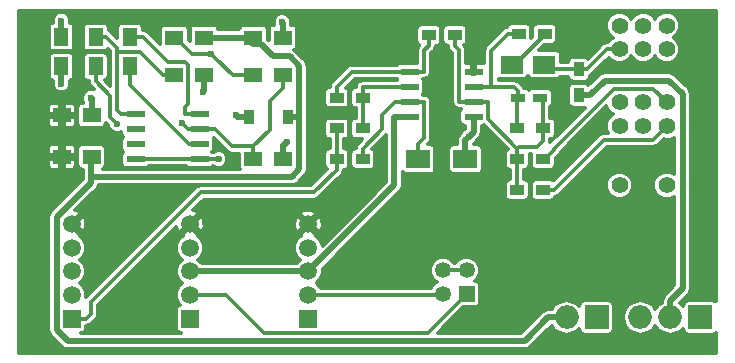
<source format=gtl>
G04 #@! TF.FileFunction,Copper,L1,Top,Signal*
%FSLAX46Y46*%
G04 Gerber Fmt 4.6, Leading zero omitted, Abs format (unit mm)*
G04 Created by KiCad (PCBNEW 4.0.4-1.fc24-product) date Fri Jan 12 14:44:07 2018*
%MOMM*%
%LPD*%
G01*
G04 APERTURE LIST*
%ADD10C,0.100000*%
%ADD11O,1.998980X1.998980*%
%ADD12R,1.998980X1.998980*%
%ADD13R,1.250000X1.500000*%
%ADD14R,2.000000X1.600000*%
%ADD15R,1.500000X1.250000*%
%ADD16R,0.910000X1.220000*%
%ADD17R,1.550000X0.600000*%
%ADD18R,1.350000X1.350000*%
%ADD19C,1.350000*%
%ADD20R,1.200000X0.900000*%
%ADD21R,1.500000X1.500000*%
%ADD22C,1.500000*%
%ADD23R,1.200000X0.750000*%
%ADD24R,0.900000X1.200000*%
%ADD25C,1.400000*%
%ADD26R,1.950720X1.501140*%
%ADD27C,0.600000*%
%ADD28C,0.300000*%
%ADD29C,0.500000*%
G04 APERTURE END LIST*
D10*
D11*
X172120000Y-107500000D03*
D12*
X177200000Y-107500000D03*
D11*
X174660000Y-107500000D03*
D13*
X128900000Y-86250000D03*
X128900000Y-83750000D03*
D14*
X153300000Y-94100000D03*
X157300000Y-94100000D03*
D15*
X139350000Y-87000000D03*
X141850000Y-87000000D03*
D13*
X126000000Y-86250000D03*
X126000000Y-83750000D03*
D15*
X139350000Y-83800000D03*
X141850000Y-83800000D03*
D13*
X123100000Y-83750000D03*
X123100000Y-86250000D03*
D15*
X123150000Y-90400000D03*
X125650000Y-90400000D03*
D16*
X142235000Y-90500000D03*
X138965000Y-90500000D03*
D17*
X134800000Y-94105000D03*
X134800000Y-92835000D03*
X134800000Y-91565000D03*
X134800000Y-90295000D03*
X129400000Y-90295000D03*
X129400000Y-91565000D03*
X129400000Y-92835000D03*
X129400000Y-94105000D03*
D15*
X132650000Y-83800000D03*
X135150000Y-83800000D03*
X132650000Y-87000000D03*
X135150000Y-87000000D03*
X125650000Y-93900000D03*
X123150000Y-93900000D03*
D11*
X165860000Y-107500000D03*
D12*
X168400000Y-107500000D03*
D18*
X157400000Y-105500000D03*
D19*
X155400000Y-105500000D03*
X157400000Y-103500000D03*
X155400000Y-103500000D03*
D20*
X148600000Y-94100000D03*
X146400000Y-94100000D03*
X148600000Y-91500000D03*
X146400000Y-91500000D03*
X146400000Y-88900000D03*
X148600000Y-88900000D03*
X161700000Y-94100000D03*
X163900000Y-94100000D03*
X161700000Y-96700000D03*
X163900000Y-96700000D03*
X156400000Y-83600000D03*
X154200000Y-83600000D03*
X161700000Y-91500000D03*
X163900000Y-91500000D03*
X164000000Y-83500000D03*
X161800000Y-83500000D03*
D17*
X152600000Y-86695000D03*
X152600000Y-87965000D03*
X152600000Y-89235000D03*
X152600000Y-90505000D03*
X158000000Y-90505000D03*
X158000000Y-89235000D03*
X158000000Y-87965000D03*
X158000000Y-86695000D03*
D21*
X144000000Y-107600000D03*
D22*
X144000000Y-105600000D03*
X144000000Y-103600000D03*
X144000000Y-101600000D03*
X144000000Y-99600000D03*
D21*
X134000000Y-107600000D03*
D22*
X134000000Y-105600000D03*
X134000000Y-103600000D03*
X134000000Y-101600000D03*
X134000000Y-99600000D03*
D21*
X124000000Y-107600000D03*
D22*
X124000000Y-105600000D03*
X124000000Y-103600000D03*
X124000000Y-101600000D03*
X124000000Y-99600000D03*
D23*
X161750000Y-88900000D03*
X163650000Y-88900000D03*
D15*
X141850000Y-94100000D03*
X139350000Y-94100000D03*
D24*
X166900000Y-88700000D03*
X166900000Y-86500000D03*
D25*
X170350000Y-82800000D03*
X172350000Y-82800000D03*
X174350000Y-96300000D03*
X174350000Y-82800000D03*
X172350000Y-91300000D03*
X170350000Y-96300000D03*
X174350000Y-84800000D03*
X172350000Y-84800000D03*
X170350000Y-84800000D03*
X174350000Y-89300000D03*
X172350000Y-89300000D03*
X170350000Y-89300000D03*
X174350000Y-91300000D03*
X170350000Y-91300000D03*
D26*
X163974140Y-86100000D03*
X161225860Y-86100000D03*
D27*
X157600000Y-92199994D03*
X125600000Y-88900000D03*
X141800000Y-82500000D03*
X123100000Y-82400002D03*
X142216800Y-92678200D03*
X137872800Y-90389000D03*
X135800000Y-85200000D03*
X136400000Y-94100000D03*
X123100004Y-87700000D03*
X135050300Y-88380500D03*
X127800000Y-91100000D03*
X133339561Y-91066005D03*
D28*
X134800000Y-92835000D02*
X133935000Y-92835000D01*
X133935000Y-92835000D02*
X128900000Y-87800000D01*
X128900000Y-87800000D02*
X128900000Y-86250000D01*
X133574700Y-89682500D02*
X133574700Y-90295000D01*
X133850300Y-89406900D02*
X133574700Y-89682500D01*
X133850300Y-86151900D02*
X133850300Y-89406900D01*
X133559400Y-85861000D02*
X133850300Y-86151900D01*
X132086300Y-85861000D02*
X133559400Y-85861000D01*
X129975300Y-83750000D02*
X132086300Y-85861000D01*
X128900000Y-83750000D02*
X129975300Y-83750000D01*
X134800000Y-90295000D02*
X133574700Y-90295000D01*
X153825300Y-92324400D02*
X153300000Y-92849700D01*
X153825300Y-89235000D02*
X153825300Y-92324400D01*
X152600000Y-89235000D02*
X153825300Y-89235000D01*
X153300000Y-94100000D02*
X153300000Y-92849700D01*
X150229600Y-90380100D02*
X151374700Y-89235000D01*
X150229600Y-91570100D02*
X150229600Y-90380100D01*
X148600000Y-93199700D02*
X150229600Y-91570100D01*
X148600000Y-94100000D02*
X148600000Y-93199700D01*
X152600000Y-89235000D02*
X151374700Y-89235000D01*
D29*
X157899999Y-91899995D02*
X157600000Y-92199994D01*
X158000000Y-91799994D02*
X157899999Y-91899995D01*
X158000000Y-90505000D02*
X158000000Y-91799994D01*
X157300001Y-92499993D02*
X157600000Y-92199994D01*
X157300000Y-94100000D02*
X157300001Y-92499993D01*
X125650000Y-88950000D02*
X125600000Y-88900000D01*
X125650000Y-90400000D02*
X125650000Y-88950000D01*
X141850000Y-82550000D02*
X141800000Y-82500000D01*
X141850000Y-83800000D02*
X141850000Y-82550000D01*
X123100000Y-83750000D02*
X123100000Y-82400002D01*
X141970300Y-92924700D02*
X141850000Y-92924700D01*
X142216800Y-92678200D02*
X141970300Y-92924700D01*
X141850000Y-94100000D02*
X141850000Y-92924700D01*
X137959700Y-90475900D02*
X137959700Y-90500000D01*
X137872800Y-90389000D02*
X137959700Y-90475900D01*
X138965000Y-90500000D02*
X137959700Y-90500000D01*
D28*
X137600000Y-87000000D02*
X136099999Y-85499999D01*
X132775000Y-83800000D02*
X134175000Y-85200000D01*
X139350000Y-87000000D02*
X137600000Y-87000000D01*
X132650000Y-83800000D02*
X132775000Y-83800000D01*
X136099999Y-85499999D02*
X135800000Y-85200000D01*
X134175000Y-85200000D02*
X135375736Y-85200000D01*
X135375736Y-85200000D02*
X135800000Y-85200000D01*
X134800000Y-94105000D02*
X136395000Y-94105000D01*
X136395000Y-94105000D02*
X136400000Y-94100000D01*
X134800000Y-94105000D02*
X129400000Y-94105000D01*
X129400000Y-94105000D02*
X128903000Y-94105000D01*
X127813900Y-85049600D02*
X127813900Y-84713900D01*
X127813900Y-84713900D02*
X126850000Y-83750000D01*
X126850000Y-83750000D02*
X126000000Y-83750000D01*
X132650000Y-87000000D02*
X131678100Y-87000000D01*
X131678100Y-87000000D02*
X129727700Y-85049600D01*
X129727700Y-85049600D02*
X127813900Y-85049600D01*
X129400000Y-90295000D02*
X128174700Y-90295000D01*
X127813900Y-89934200D02*
X127813900Y-85049600D01*
X128174700Y-90295000D02*
X127813900Y-89934200D01*
D29*
X125650000Y-93900000D02*
X125600000Y-93950000D01*
X125600000Y-93950000D02*
X125600000Y-95500000D01*
X125600000Y-95500000D02*
X125700100Y-95600100D01*
X125700100Y-95600100D02*
X125699900Y-95600100D01*
X125600000Y-96095600D02*
X122699300Y-98996300D01*
X125699900Y-95600100D02*
X125600000Y-95700000D01*
X125600000Y-95700000D02*
X125600000Y-96095600D01*
X122699300Y-98996300D02*
X122699300Y-108583800D01*
X122699300Y-108583800D02*
X123616300Y-109500800D01*
X123616300Y-109500800D02*
X162309400Y-109500800D01*
X162309400Y-109500800D02*
X164310200Y-107500000D01*
X164310200Y-107500000D02*
X165860000Y-107500000D01*
X125700000Y-95600000D02*
X125700100Y-95600100D01*
X125700100Y-95600100D02*
X142605100Y-95600100D01*
X142605100Y-95600100D02*
X143240300Y-94964900D01*
X143240300Y-94964900D02*
X143240300Y-90500000D01*
X143240300Y-90500000D02*
X143240300Y-86226600D01*
X143240300Y-86226600D02*
X142413700Y-85400000D01*
X142413700Y-85400000D02*
X141000000Y-85400000D01*
X141000000Y-85400000D02*
X139987600Y-84387600D01*
X139987600Y-84387600D02*
X139350000Y-84387600D01*
X136400000Y-83800000D02*
X135150000Y-83800000D01*
X138762400Y-83800000D02*
X136400000Y-83800000D01*
X139350000Y-84387600D02*
X138762400Y-83800000D01*
X142235000Y-90500000D02*
X143240300Y-90500000D01*
X139350000Y-83800000D02*
X139350000Y-84387600D01*
X123100000Y-86250000D02*
X123100000Y-87699996D01*
X123100000Y-87699996D02*
X123100004Y-87700000D01*
X135150000Y-88280800D02*
X135150000Y-87000000D01*
X135050300Y-88380500D02*
X135150000Y-88280800D01*
X134000000Y-103600000D02*
X144000000Y-103600000D01*
X151274700Y-96325300D02*
X151274700Y-90505000D01*
X144000000Y-103600000D02*
X151274700Y-96325300D01*
X152600000Y-90505000D02*
X151274700Y-90505000D01*
D28*
X161225860Y-86100000D02*
X161450650Y-86100000D01*
X161450650Y-86100000D02*
X164000000Y-83550650D01*
X164000000Y-83550650D02*
X164000000Y-83500000D01*
D29*
X174660000Y-107500000D02*
X174660000Y-106086508D01*
X174660000Y-106086508D02*
X175700000Y-105046508D01*
X175700000Y-105046508D02*
X175700000Y-88600000D01*
X175700000Y-88600000D02*
X174549989Y-87449989D01*
X167850000Y-88700000D02*
X166900000Y-88700000D01*
X174549989Y-87449989D02*
X169100011Y-87449989D01*
X169100011Y-87449989D02*
X167850000Y-88700000D01*
D28*
X155300000Y-105600000D02*
X155400000Y-105500000D01*
X144000000Y-105600000D02*
X155300000Y-105600000D01*
X154099600Y-108800400D02*
X157400000Y-105500000D01*
X140266500Y-108800400D02*
X154099600Y-108800400D01*
X137066100Y-105600000D02*
X140266500Y-108800400D01*
X134000000Y-105600000D02*
X137066100Y-105600000D01*
X124000000Y-107600000D02*
X125200300Y-107600000D01*
X125600000Y-107200000D02*
X125600000Y-106223998D01*
X125600000Y-106223998D02*
X134908798Y-96915200D01*
X125200300Y-107600000D02*
X125200300Y-107599700D01*
X125200300Y-107599700D02*
X125600000Y-107200000D01*
X134908798Y-96915200D02*
X144485100Y-96915200D01*
X144485100Y-96915200D02*
X146400000Y-95000300D01*
X146400000Y-95000300D02*
X146400000Y-94100000D01*
X146400000Y-91500000D02*
X146400000Y-94100000D01*
X155400000Y-103500000D02*
X157400000Y-103500000D01*
X174350000Y-91300000D02*
X173199999Y-92450001D01*
X173199999Y-92450001D02*
X169049999Y-92450001D01*
X169049999Y-92450001D02*
X164800000Y-96700000D01*
X164800000Y-96700000D02*
X163900000Y-96700000D01*
X174350000Y-89300000D02*
X173199999Y-88149999D01*
X173199999Y-88149999D02*
X169850001Y-88149999D01*
X169850001Y-88149999D02*
X164800000Y-93200000D01*
X164800000Y-93200000D02*
X164800000Y-93350000D01*
X164800000Y-93350000D02*
X164050000Y-94100000D01*
X164050000Y-94100000D02*
X163900000Y-94100000D01*
X151340000Y-87999700D02*
X151374700Y-87965000D01*
X148600000Y-87999700D02*
X151340000Y-87999700D01*
X148600000Y-88900000D02*
X148600000Y-87999700D01*
X152600000Y-87965000D02*
X151374700Y-87965000D01*
X148600000Y-91500000D02*
X148600000Y-88900000D01*
X153825300Y-84875000D02*
X153825300Y-86695000D01*
X154200000Y-84500300D02*
X153825300Y-84875000D01*
X154200000Y-83600000D02*
X154200000Y-84500300D01*
X152600000Y-86695000D02*
X153825300Y-86695000D01*
X147704700Y-86695000D02*
X152600000Y-86695000D01*
X146400000Y-87999700D02*
X147704700Y-86695000D01*
X146400000Y-88900000D02*
X146400000Y-87999700D01*
X157900000Y-88000000D02*
X159500000Y-88000000D01*
X159500000Y-88000000D02*
X161400000Y-88000000D01*
X161800000Y-83500000D02*
X160900000Y-83500000D01*
X160900000Y-83500000D02*
X159500000Y-84900000D01*
X159500000Y-84900000D02*
X159500000Y-88000000D01*
X161400000Y-88000000D02*
X161750000Y-88350000D01*
X161750000Y-88350000D02*
X161750000Y-88900000D01*
X161750000Y-88900000D02*
X161750000Y-88950000D01*
X161750000Y-88950000D02*
X161700000Y-89000000D01*
X161700000Y-89000000D02*
X161700000Y-91500000D01*
X163900000Y-91500000D02*
X163900000Y-92600000D01*
X163900000Y-92600000D02*
X163400000Y-93100000D01*
X161799700Y-93100000D02*
X161700000Y-93199700D01*
X163400000Y-93100000D02*
X161799700Y-93100000D01*
X163650000Y-88900000D02*
X163900000Y-88900000D01*
X163900000Y-88900000D02*
X163900000Y-91500000D01*
X161700000Y-96700000D02*
X161700000Y-94100000D01*
X156774700Y-84875000D02*
X156400000Y-84500300D01*
X156774700Y-89235000D02*
X156774700Y-84875000D01*
X156400000Y-83600000D02*
X156400000Y-84500300D01*
X161700000Y-94100000D02*
X161700000Y-93199700D01*
X157387400Y-89235000D02*
X156774700Y-89235000D01*
X157387400Y-89235000D02*
X158000000Y-89235000D01*
X159225300Y-90725000D02*
X161700000Y-93199700D01*
X159225300Y-89235000D02*
X159225300Y-90725000D01*
X158000000Y-89235000D02*
X159225300Y-89235000D01*
X127800000Y-91100000D02*
X127213890Y-90513890D01*
X127213890Y-90513890D02*
X127213890Y-88713890D01*
X127213890Y-88713890D02*
X126000000Y-87500000D01*
X126000000Y-87500000D02*
X126000000Y-86250000D01*
X134800000Y-91565000D02*
X133838556Y-91565000D01*
X133838556Y-91565000D02*
X133339561Y-91066005D01*
X134800000Y-91565000D02*
X136065000Y-91565000D01*
X136065000Y-91565000D02*
X137524700Y-93024700D01*
X137524700Y-93024700D02*
X139350000Y-93024700D01*
X139350000Y-94100000D02*
X139350000Y-93024700D01*
X140774700Y-89150600D02*
X141850000Y-88075300D01*
X140774700Y-91600000D02*
X140774700Y-89150600D01*
X139350000Y-93024700D02*
X140774700Y-91600000D01*
X141850000Y-87000000D02*
X141850000Y-88075300D01*
X163974140Y-86100000D02*
X164374140Y-86500000D01*
X164374140Y-86500000D02*
X166900000Y-86500000D01*
X170350000Y-84800000D02*
X169300000Y-84800000D01*
X169300000Y-84800000D02*
X167600000Y-86500000D01*
X167600000Y-86500000D02*
X166900000Y-86500000D01*
G36*
X178475000Y-106144123D02*
X178377995Y-106077842D01*
X178199490Y-106041694D01*
X176200510Y-106041694D01*
X176033750Y-106073072D01*
X175880591Y-106171627D01*
X175777842Y-106322005D01*
X175741694Y-106500510D01*
X175741694Y-106517489D01*
X175713341Y-106475056D01*
X175442423Y-106294035D01*
X176194975Y-105541483D01*
X176346716Y-105314387D01*
X176400000Y-105046508D01*
X176400000Y-88600000D01*
X176389792Y-88548679D01*
X176346716Y-88332121D01*
X176194975Y-88105025D01*
X175044964Y-86955014D01*
X174817868Y-86803273D01*
X174549989Y-86749989D01*
X169100016Y-86749989D01*
X169100011Y-86749988D01*
X168832132Y-86803273D01*
X168727306Y-86873316D01*
X168605036Y-86955014D01*
X168605034Y-86955017D01*
X167718462Y-87841588D01*
X167678883Y-87780081D01*
X167528505Y-87677332D01*
X167350000Y-87641184D01*
X166450000Y-87641184D01*
X166283240Y-87672562D01*
X166130081Y-87771117D01*
X166027332Y-87921495D01*
X165991184Y-88100000D01*
X165991184Y-89300000D01*
X166022562Y-89466760D01*
X166121117Y-89619919D01*
X166271495Y-89722668D01*
X166450000Y-89758816D01*
X167350000Y-89758816D01*
X167402543Y-89748929D01*
X164487219Y-92664253D01*
X164500000Y-92600000D01*
X164500000Y-92408816D01*
X164666760Y-92377438D01*
X164819919Y-92278883D01*
X164922668Y-92128505D01*
X164958816Y-91950000D01*
X164958816Y-91050000D01*
X164927438Y-90883240D01*
X164828883Y-90730081D01*
X164678505Y-90627332D01*
X164500000Y-90591184D01*
X164500000Y-89648875D01*
X164569919Y-89603883D01*
X164672668Y-89453505D01*
X164708816Y-89275000D01*
X164708816Y-88525000D01*
X164677438Y-88358240D01*
X164578883Y-88205081D01*
X164428505Y-88102332D01*
X164250000Y-88066184D01*
X163050000Y-88066184D01*
X162883240Y-88097562D01*
X162730081Y-88196117D01*
X162700744Y-88239054D01*
X162678883Y-88205081D01*
X162528505Y-88102332D01*
X162350000Y-88066184D01*
X162268109Y-88066184D01*
X162174264Y-87925736D01*
X161824264Y-87575736D01*
X161629610Y-87445672D01*
X161400000Y-87400000D01*
X160100000Y-87400000D01*
X160100000Y-87278909D01*
X160250500Y-87309386D01*
X162201220Y-87309386D01*
X162367980Y-87278008D01*
X162521139Y-87179453D01*
X162600719Y-87062984D01*
X162669897Y-87170489D01*
X162820275Y-87273238D01*
X162998780Y-87309386D01*
X164949500Y-87309386D01*
X165116260Y-87278008D01*
X165269419Y-87179453D01*
X165323707Y-87100000D01*
X165991184Y-87100000D01*
X166022562Y-87266760D01*
X166121117Y-87419919D01*
X166271495Y-87522668D01*
X166450000Y-87558816D01*
X167350000Y-87558816D01*
X167516760Y-87527438D01*
X167669919Y-87428883D01*
X167772668Y-87278505D01*
X167808816Y-87100000D01*
X167808816Y-87058464D01*
X167829610Y-87054328D01*
X168024264Y-86924264D01*
X169436179Y-85512349D01*
X169697727Y-85774354D01*
X170120247Y-85949800D01*
X170577746Y-85950199D01*
X171000572Y-85775491D01*
X171324354Y-85452273D01*
X171349846Y-85390882D01*
X171374509Y-85450572D01*
X171697727Y-85774354D01*
X172120247Y-85949800D01*
X172577746Y-85950199D01*
X173000572Y-85775491D01*
X173324354Y-85452273D01*
X173349846Y-85390882D01*
X173374509Y-85450572D01*
X173697727Y-85774354D01*
X174120247Y-85949800D01*
X174577746Y-85950199D01*
X175000572Y-85775491D01*
X175324354Y-85452273D01*
X175499800Y-85029753D01*
X175500199Y-84572254D01*
X175325491Y-84149428D01*
X175002273Y-83825646D01*
X174940882Y-83800154D01*
X175000572Y-83775491D01*
X175324354Y-83452273D01*
X175499800Y-83029753D01*
X175500199Y-82572254D01*
X175325491Y-82149428D01*
X175002273Y-81825646D01*
X174579753Y-81650200D01*
X174122254Y-81649801D01*
X173699428Y-81824509D01*
X173375646Y-82147727D01*
X173350154Y-82209118D01*
X173325491Y-82149428D01*
X173002273Y-81825646D01*
X172579753Y-81650200D01*
X172122254Y-81649801D01*
X171699428Y-81824509D01*
X171375646Y-82147727D01*
X171350154Y-82209118D01*
X171325491Y-82149428D01*
X171002273Y-81825646D01*
X170579753Y-81650200D01*
X170122254Y-81649801D01*
X169699428Y-81824509D01*
X169375646Y-82147727D01*
X169200200Y-82570247D01*
X169199801Y-83027746D01*
X169374509Y-83450572D01*
X169697727Y-83774354D01*
X169759118Y-83799846D01*
X169699428Y-83824509D01*
X169375646Y-84147727D01*
X169353940Y-84200000D01*
X169300000Y-84200000D01*
X169070390Y-84245672D01*
X168875736Y-84375736D01*
X167674432Y-85577040D01*
X167528505Y-85477332D01*
X167350000Y-85441184D01*
X166450000Y-85441184D01*
X166283240Y-85472562D01*
X166130081Y-85571117D01*
X166027332Y-85721495D01*
X165991184Y-85900000D01*
X165408316Y-85900000D01*
X165408316Y-85349430D01*
X165376938Y-85182670D01*
X165278383Y-85029511D01*
X165128005Y-84926762D01*
X164949500Y-84890614D01*
X163508564Y-84890614D01*
X163990362Y-84408816D01*
X164600000Y-84408816D01*
X164766760Y-84377438D01*
X164919919Y-84278883D01*
X165022668Y-84128505D01*
X165058816Y-83950000D01*
X165058816Y-83050000D01*
X165027438Y-82883240D01*
X164928883Y-82730081D01*
X164778505Y-82627332D01*
X164600000Y-82591184D01*
X163400000Y-82591184D01*
X163233240Y-82622562D01*
X163080081Y-82721117D01*
X162977332Y-82871495D01*
X162941184Y-83050000D01*
X162941184Y-83760938D01*
X162858816Y-83843306D01*
X162858816Y-83050000D01*
X162827438Y-82883240D01*
X162728883Y-82730081D01*
X162578505Y-82627332D01*
X162400000Y-82591184D01*
X161200000Y-82591184D01*
X161033240Y-82622562D01*
X160880081Y-82721117D01*
X160777332Y-82871495D01*
X160766169Y-82926621D01*
X160670390Y-82945672D01*
X160475736Y-83075736D01*
X159075736Y-84475736D01*
X158945672Y-84670390D01*
X158900000Y-84900000D01*
X158900000Y-85959700D01*
X158864511Y-85945000D01*
X158262500Y-85945000D01*
X158150000Y-86057500D01*
X158150000Y-86545000D01*
X158170000Y-86545000D01*
X158170000Y-86845000D01*
X158150000Y-86845000D01*
X158150000Y-86865000D01*
X157850000Y-86865000D01*
X157850000Y-86845000D01*
X157830000Y-86845000D01*
X157830000Y-86545000D01*
X157850000Y-86545000D01*
X157850000Y-86057500D01*
X157737500Y-85945000D01*
X157374700Y-85945000D01*
X157374700Y-84875000D01*
X157329028Y-84645390D01*
X157201758Y-84454917D01*
X157319919Y-84378883D01*
X157422668Y-84228505D01*
X157458816Y-84050000D01*
X157458816Y-83150000D01*
X157427438Y-82983240D01*
X157328883Y-82830081D01*
X157178505Y-82727332D01*
X157000000Y-82691184D01*
X155800000Y-82691184D01*
X155633240Y-82722562D01*
X155480081Y-82821117D01*
X155377332Y-82971495D01*
X155341184Y-83150000D01*
X155341184Y-84050000D01*
X155372562Y-84216760D01*
X155471117Y-84369919D01*
X155621495Y-84472668D01*
X155800000Y-84508816D01*
X155801694Y-84508816D01*
X155845672Y-84729910D01*
X155975736Y-84924564D01*
X156174700Y-85123528D01*
X156174700Y-89235000D01*
X156220372Y-89464610D01*
X156350436Y-89659264D01*
X156545090Y-89789328D01*
X156774700Y-89835000D01*
X156883299Y-89835000D01*
X156896117Y-89854919D01*
X156916442Y-89868806D01*
X156905081Y-89876117D01*
X156802332Y-90026495D01*
X156766184Y-90205000D01*
X156766184Y-90805000D01*
X156797562Y-90971760D01*
X156896117Y-91124919D01*
X157046495Y-91227668D01*
X157225000Y-91263816D01*
X157300000Y-91263816D01*
X157300000Y-91510044D01*
X157295899Y-91514145D01*
X157175714Y-91563805D01*
X156964552Y-91774599D01*
X156914211Y-91895833D01*
X156805026Y-92005018D01*
X156653285Y-92232114D01*
X156625327Y-92372668D01*
X156600001Y-92499993D01*
X156600001Y-92841184D01*
X156300000Y-92841184D01*
X156133240Y-92872562D01*
X155980081Y-92971117D01*
X155877332Y-93121495D01*
X155841184Y-93300000D01*
X155841184Y-94900000D01*
X155872562Y-95066760D01*
X155971117Y-95219919D01*
X156121495Y-95322668D01*
X156300000Y-95358816D01*
X158300000Y-95358816D01*
X158466760Y-95327438D01*
X158619919Y-95228883D01*
X158722668Y-95078505D01*
X158758816Y-94900000D01*
X158758816Y-93300000D01*
X158727438Y-93133240D01*
X158628883Y-92980081D01*
X158478505Y-92877332D01*
X158300000Y-92841184D01*
X158012183Y-92841184D01*
X158024286Y-92836183D01*
X158235448Y-92625389D01*
X158285789Y-92504155D01*
X158494975Y-92294969D01*
X158646716Y-92067873D01*
X158700001Y-91799994D01*
X158700000Y-91799989D01*
X158700000Y-91263816D01*
X158775000Y-91263816D01*
X158893324Y-91241552D01*
X160897398Y-93245626D01*
X160780081Y-93321117D01*
X160677332Y-93471495D01*
X160641184Y-93650000D01*
X160641184Y-94550000D01*
X160672562Y-94716760D01*
X160771117Y-94869919D01*
X160921495Y-94972668D01*
X161100000Y-95008816D01*
X161100000Y-95791184D01*
X160933240Y-95822562D01*
X160780081Y-95921117D01*
X160677332Y-96071495D01*
X160641184Y-96250000D01*
X160641184Y-97150000D01*
X160672562Y-97316760D01*
X160771117Y-97469919D01*
X160921495Y-97572668D01*
X161100000Y-97608816D01*
X162300000Y-97608816D01*
X162466760Y-97577438D01*
X162619919Y-97478883D01*
X162722668Y-97328505D01*
X162758816Y-97150000D01*
X162758816Y-96250000D01*
X162727438Y-96083240D01*
X162628883Y-95930081D01*
X162478505Y-95827332D01*
X162300000Y-95791184D01*
X162300000Y-95008816D01*
X162466760Y-94977438D01*
X162619919Y-94878883D01*
X162722668Y-94728505D01*
X162758816Y-94550000D01*
X162758816Y-93700000D01*
X162841184Y-93700000D01*
X162841184Y-94550000D01*
X162872562Y-94716760D01*
X162971117Y-94869919D01*
X163121495Y-94972668D01*
X163300000Y-95008816D01*
X164500000Y-95008816D01*
X164666760Y-94977438D01*
X164819919Y-94878883D01*
X164922668Y-94728505D01*
X164958816Y-94550000D01*
X164958816Y-94039712D01*
X165224264Y-93774264D01*
X165354328Y-93579610D01*
X165375535Y-93472993D01*
X169235174Y-89613354D01*
X169374509Y-89950572D01*
X169697727Y-90274354D01*
X169759118Y-90299846D01*
X169699428Y-90324509D01*
X169375646Y-90647727D01*
X169200200Y-91070247D01*
X169199801Y-91527746D01*
X169332954Y-91850001D01*
X169049999Y-91850001D01*
X168820389Y-91895673D01*
X168625735Y-92025737D01*
X164765024Y-95886448D01*
X164678505Y-95827332D01*
X164500000Y-95791184D01*
X163300000Y-95791184D01*
X163133240Y-95822562D01*
X162980081Y-95921117D01*
X162877332Y-96071495D01*
X162841184Y-96250000D01*
X162841184Y-97150000D01*
X162872562Y-97316760D01*
X162971117Y-97469919D01*
X163121495Y-97572668D01*
X163300000Y-97608816D01*
X164500000Y-97608816D01*
X164666760Y-97577438D01*
X164819919Y-97478883D01*
X164922668Y-97328505D01*
X164933831Y-97273379D01*
X165029610Y-97254328D01*
X165224264Y-97124264D01*
X165820782Y-96527746D01*
X169199801Y-96527746D01*
X169374509Y-96950572D01*
X169697727Y-97274354D01*
X170120247Y-97449800D01*
X170577746Y-97450199D01*
X171000572Y-97275491D01*
X171324354Y-96952273D01*
X171499800Y-96529753D01*
X171500199Y-96072254D01*
X171325491Y-95649428D01*
X171002273Y-95325646D01*
X170579753Y-95150200D01*
X170122254Y-95149801D01*
X169699428Y-95324509D01*
X169375646Y-95647727D01*
X169200200Y-96070247D01*
X169199801Y-96527746D01*
X165820782Y-96527746D01*
X169298527Y-93050001D01*
X173199999Y-93050001D01*
X173429609Y-93004329D01*
X173624263Y-92874265D01*
X174069712Y-92428816D01*
X174120247Y-92449800D01*
X174577746Y-92450199D01*
X175000000Y-92275727D01*
X175000000Y-95324702D01*
X174579753Y-95150200D01*
X174122254Y-95149801D01*
X173699428Y-95324509D01*
X173375646Y-95647727D01*
X173200200Y-96070247D01*
X173199801Y-96527746D01*
X173374509Y-96950572D01*
X173697727Y-97274354D01*
X174120247Y-97449800D01*
X174577746Y-97450199D01*
X175000000Y-97275727D01*
X175000000Y-104756558D01*
X174165025Y-105591533D01*
X174013284Y-105818629D01*
X173992272Y-105924264D01*
X173960000Y-106086508D01*
X173960000Y-106238961D01*
X173606659Y-106475056D01*
X173390000Y-106799309D01*
X173173341Y-106475056D01*
X172703093Y-106160846D01*
X172148397Y-106050510D01*
X172091603Y-106050510D01*
X171536907Y-106160846D01*
X171066659Y-106475056D01*
X170752449Y-106945304D01*
X170642113Y-107500000D01*
X170752449Y-108054696D01*
X171066659Y-108524944D01*
X171536907Y-108839154D01*
X172091603Y-108949490D01*
X172148397Y-108949490D01*
X172703093Y-108839154D01*
X173173341Y-108524944D01*
X173390000Y-108200691D01*
X173606659Y-108524944D01*
X174076907Y-108839154D01*
X174631603Y-108949490D01*
X174688397Y-108949490D01*
X175243093Y-108839154D01*
X175713341Y-108524944D01*
X175741694Y-108482511D01*
X175741694Y-108499490D01*
X175773072Y-108666250D01*
X175871627Y-108819409D01*
X176022005Y-108922158D01*
X176200510Y-108958306D01*
X178199490Y-108958306D01*
X178366250Y-108926928D01*
X178475000Y-108856949D01*
X178475000Y-110475000D01*
X119525000Y-110475000D01*
X119525000Y-98996300D01*
X121999300Y-98996300D01*
X121999300Y-108583800D01*
X122052584Y-108851679D01*
X122204325Y-109078775D01*
X123121325Y-109995775D01*
X123348421Y-110147516D01*
X123616300Y-110200800D01*
X162309400Y-110200800D01*
X162577279Y-110147516D01*
X162804375Y-109995775D01*
X164593788Y-108206361D01*
X164806659Y-108524944D01*
X165276907Y-108839154D01*
X165831603Y-108949490D01*
X165888397Y-108949490D01*
X166443093Y-108839154D01*
X166913341Y-108524944D01*
X166941694Y-108482511D01*
X166941694Y-108499490D01*
X166973072Y-108666250D01*
X167071627Y-108819409D01*
X167222005Y-108922158D01*
X167400510Y-108958306D01*
X169399490Y-108958306D01*
X169566250Y-108926928D01*
X169719409Y-108828373D01*
X169822158Y-108677995D01*
X169858306Y-108499490D01*
X169858306Y-106500510D01*
X169826928Y-106333750D01*
X169728373Y-106180591D01*
X169577995Y-106077842D01*
X169399490Y-106041694D01*
X167400510Y-106041694D01*
X167233750Y-106073072D01*
X167080591Y-106171627D01*
X166977842Y-106322005D01*
X166941694Y-106500510D01*
X166941694Y-106517489D01*
X166913341Y-106475056D01*
X166443093Y-106160846D01*
X165888397Y-106050510D01*
X165831603Y-106050510D01*
X165276907Y-106160846D01*
X164806659Y-106475056D01*
X164589538Y-106800000D01*
X164310200Y-106800000D01*
X164042322Y-106853284D01*
X163815225Y-107005025D01*
X163815223Y-107005028D01*
X162019450Y-108800800D01*
X154947728Y-108800800D01*
X157114712Y-106633816D01*
X158075000Y-106633816D01*
X158241760Y-106602438D01*
X158394919Y-106503883D01*
X158497668Y-106353505D01*
X158533816Y-106175000D01*
X158533816Y-104825000D01*
X158502438Y-104658240D01*
X158403883Y-104505081D01*
X158253505Y-104402332D01*
X158116305Y-104374548D01*
X158353172Y-104138093D01*
X158524804Y-103724758D01*
X158525195Y-103277205D01*
X158354285Y-102863571D01*
X158038093Y-102546828D01*
X157624758Y-102375196D01*
X157177205Y-102374805D01*
X156763571Y-102545715D01*
X156446828Y-102861907D01*
X156431010Y-102900000D01*
X156369337Y-102900000D01*
X156354285Y-102863571D01*
X156038093Y-102546828D01*
X155624758Y-102375196D01*
X155177205Y-102374805D01*
X154763571Y-102545715D01*
X154446828Y-102861907D01*
X154275196Y-103275242D01*
X154274805Y-103722795D01*
X154445715Y-104136429D01*
X154761907Y-104453172D01*
X154874446Y-104499902D01*
X154763571Y-104545715D01*
X154446828Y-104861907D01*
X154389487Y-105000000D01*
X145050486Y-105000000D01*
X145017903Y-104921143D01*
X144697057Y-104599735D01*
X145016717Y-104280633D01*
X145199791Y-103839742D01*
X145200183Y-103389767D01*
X151769672Y-96820277D01*
X151769675Y-96820275D01*
X151921416Y-96593178D01*
X151974700Y-96325300D01*
X151974700Y-95222367D01*
X152121495Y-95322668D01*
X152300000Y-95358816D01*
X154300000Y-95358816D01*
X154466760Y-95327438D01*
X154619919Y-95228883D01*
X154722668Y-95078505D01*
X154758816Y-94900000D01*
X154758816Y-93300000D01*
X154727438Y-93133240D01*
X154628883Y-92980081D01*
X154478505Y-92877332D01*
X154300000Y-92841184D01*
X154157044Y-92841184D01*
X154249564Y-92748664D01*
X154379628Y-92554011D01*
X154425300Y-92324400D01*
X154425300Y-89235000D01*
X154379628Y-89005390D01*
X154249564Y-88810736D01*
X154054910Y-88680672D01*
X153825300Y-88635000D01*
X153716701Y-88635000D01*
X153703883Y-88615081D01*
X153683558Y-88601194D01*
X153694919Y-88593883D01*
X153797668Y-88443505D01*
X153833816Y-88265000D01*
X153833816Y-87665000D01*
X153802438Y-87498240D01*
X153703883Y-87345081D01*
X153683558Y-87331194D01*
X153694919Y-87323883D01*
X153714654Y-87295000D01*
X153825300Y-87295000D01*
X154054910Y-87249328D01*
X154249564Y-87119264D01*
X154379628Y-86924610D01*
X154425300Y-86695000D01*
X154425300Y-85123528D01*
X154624264Y-84924564D01*
X154754328Y-84729910D01*
X154798306Y-84508816D01*
X154800000Y-84508816D01*
X154966760Y-84477438D01*
X155119919Y-84378883D01*
X155222668Y-84228505D01*
X155258816Y-84050000D01*
X155258816Y-83150000D01*
X155227438Y-82983240D01*
X155128883Y-82830081D01*
X154978505Y-82727332D01*
X154800000Y-82691184D01*
X153600000Y-82691184D01*
X153433240Y-82722562D01*
X153280081Y-82821117D01*
X153177332Y-82971495D01*
X153141184Y-83150000D01*
X153141184Y-84050000D01*
X153172562Y-84216760D01*
X153271117Y-84369919D01*
X153397388Y-84456196D01*
X153270972Y-84645390D01*
X153225300Y-84875000D01*
X153225300Y-85936184D01*
X151825000Y-85936184D01*
X151658240Y-85967562D01*
X151505081Y-86066117D01*
X151485346Y-86095000D01*
X147704700Y-86095000D01*
X147475089Y-86140672D01*
X147280436Y-86270736D01*
X145975736Y-87575436D01*
X145845672Y-87770090D01*
X145801694Y-87991184D01*
X145800000Y-87991184D01*
X145633240Y-88022562D01*
X145480081Y-88121117D01*
X145377332Y-88271495D01*
X145341184Y-88450000D01*
X145341184Y-89350000D01*
X145372562Y-89516760D01*
X145471117Y-89669919D01*
X145621495Y-89772668D01*
X145800000Y-89808816D01*
X147000000Y-89808816D01*
X147166760Y-89777438D01*
X147319919Y-89678883D01*
X147422668Y-89528505D01*
X147458816Y-89350000D01*
X147458816Y-88450000D01*
X147427438Y-88283240D01*
X147328883Y-88130081D01*
X147203689Y-88044539D01*
X147953228Y-87295000D01*
X151483299Y-87295000D01*
X151496117Y-87314919D01*
X151516442Y-87328806D01*
X151505081Y-87336117D01*
X151485346Y-87365000D01*
X151374700Y-87365000D01*
X151200250Y-87399700D01*
X148600000Y-87399700D01*
X148370390Y-87445372D01*
X148175736Y-87575436D01*
X148045672Y-87770090D01*
X148001694Y-87991184D01*
X148000000Y-87991184D01*
X147833240Y-88022562D01*
X147680081Y-88121117D01*
X147577332Y-88271495D01*
X147541184Y-88450000D01*
X147541184Y-89350000D01*
X147572562Y-89516760D01*
X147671117Y-89669919D01*
X147821495Y-89772668D01*
X148000000Y-89808816D01*
X148000000Y-90591184D01*
X147833240Y-90622562D01*
X147680081Y-90721117D01*
X147577332Y-90871495D01*
X147541184Y-91050000D01*
X147541184Y-91950000D01*
X147572562Y-92116760D01*
X147671117Y-92269919D01*
X147821495Y-92372668D01*
X148000000Y-92408816D01*
X148542356Y-92408816D01*
X148175736Y-92775436D01*
X148045672Y-92970090D01*
X148001694Y-93191184D01*
X148000000Y-93191184D01*
X147833240Y-93222562D01*
X147680081Y-93321117D01*
X147577332Y-93471495D01*
X147541184Y-93650000D01*
X147541184Y-94550000D01*
X147572562Y-94716760D01*
X147671117Y-94869919D01*
X147821495Y-94972668D01*
X148000000Y-95008816D01*
X149200000Y-95008816D01*
X149366760Y-94977438D01*
X149519919Y-94878883D01*
X149622668Y-94728505D01*
X149658816Y-94550000D01*
X149658816Y-93650000D01*
X149627438Y-93483240D01*
X149528883Y-93330081D01*
X149403689Y-93244539D01*
X150574700Y-92073528D01*
X150574700Y-96035351D01*
X145200166Y-101409885D01*
X145200207Y-101362353D01*
X145017903Y-100921143D01*
X144680633Y-100583283D01*
X144637566Y-100565400D01*
X144672343Y-100484475D01*
X144000000Y-99812132D01*
X143327657Y-100484475D01*
X143362301Y-100565091D01*
X143321143Y-100582097D01*
X142983283Y-100919367D01*
X142800209Y-101360258D01*
X142799793Y-101837647D01*
X142982097Y-102278857D01*
X143302943Y-102600265D01*
X143002684Y-102900000D01*
X134996797Y-102900000D01*
X134697057Y-102599735D01*
X135016717Y-102280633D01*
X135199791Y-101839742D01*
X135200207Y-101362353D01*
X135017903Y-100921143D01*
X134680633Y-100583283D01*
X134637566Y-100565400D01*
X134672343Y-100484475D01*
X134000000Y-99812132D01*
X133327657Y-100484475D01*
X133362301Y-100565091D01*
X133321143Y-100582097D01*
X132983283Y-100919367D01*
X132800209Y-101360258D01*
X132799793Y-101837647D01*
X132982097Y-102278857D01*
X133302943Y-102600265D01*
X132983283Y-102919367D01*
X132800209Y-103360258D01*
X132799793Y-103837647D01*
X132982097Y-104278857D01*
X133302943Y-104600265D01*
X132983283Y-104919367D01*
X132800209Y-105360258D01*
X132799793Y-105837647D01*
X132982097Y-106278857D01*
X133118860Y-106415860D01*
X133083240Y-106422562D01*
X132930081Y-106521117D01*
X132827332Y-106671495D01*
X132791184Y-106850000D01*
X132791184Y-108350000D01*
X132822562Y-108516760D01*
X132921117Y-108669919D01*
X133071495Y-108772668D01*
X133210416Y-108800800D01*
X124792601Y-108800800D01*
X124916760Y-108777438D01*
X125069919Y-108678883D01*
X125172668Y-108528505D01*
X125208816Y-108350000D01*
X125208816Y-108198306D01*
X125429910Y-108154328D01*
X125624564Y-108024264D01*
X125625168Y-108023360D01*
X126024264Y-107624264D01*
X126154328Y-107429610D01*
X126200000Y-107200000D01*
X126200000Y-106472526D01*
X132817196Y-99855330D01*
X132824136Y-99938108D01*
X132929460Y-100192383D01*
X133115525Y-100272343D01*
X133787868Y-99600000D01*
X134212132Y-99600000D01*
X134884475Y-100272343D01*
X135070540Y-100192383D01*
X135215745Y-99737612D01*
X135192673Y-99462388D01*
X142784255Y-99462388D01*
X142824136Y-99938108D01*
X142929460Y-100192383D01*
X143115525Y-100272343D01*
X143787868Y-99600000D01*
X144212132Y-99600000D01*
X144884475Y-100272343D01*
X145070540Y-100192383D01*
X145215745Y-99737612D01*
X145175864Y-99261892D01*
X145070540Y-99007617D01*
X144884475Y-98927657D01*
X144212132Y-99600000D01*
X143787868Y-99600000D01*
X143115525Y-98927657D01*
X142929460Y-99007617D01*
X142784255Y-99462388D01*
X135192673Y-99462388D01*
X135175864Y-99261892D01*
X135070540Y-99007617D01*
X134884475Y-98927657D01*
X134212132Y-99600000D01*
X133787868Y-99600000D01*
X133773726Y-99585858D01*
X133985858Y-99373726D01*
X134000000Y-99387868D01*
X134672343Y-98715525D01*
X143327657Y-98715525D01*
X144000000Y-99387868D01*
X144672343Y-98715525D01*
X144592383Y-98529460D01*
X144137612Y-98384255D01*
X143661892Y-98424136D01*
X143407617Y-98529460D01*
X143327657Y-98715525D01*
X134672343Y-98715525D01*
X134592383Y-98529460D01*
X134251809Y-98420717D01*
X135157326Y-97515200D01*
X144485100Y-97515200D01*
X144714710Y-97469528D01*
X144909364Y-97339464D01*
X146824264Y-95424564D01*
X146954328Y-95229910D01*
X146998306Y-95008816D01*
X147000000Y-95008816D01*
X147166760Y-94977438D01*
X147319919Y-94878883D01*
X147422668Y-94728505D01*
X147458816Y-94550000D01*
X147458816Y-93650000D01*
X147427438Y-93483240D01*
X147328883Y-93330081D01*
X147178505Y-93227332D01*
X147000000Y-93191184D01*
X147000000Y-92408816D01*
X147166760Y-92377438D01*
X147319919Y-92278883D01*
X147422668Y-92128505D01*
X147458816Y-91950000D01*
X147458816Y-91050000D01*
X147427438Y-90883240D01*
X147328883Y-90730081D01*
X147178505Y-90627332D01*
X147000000Y-90591184D01*
X145800000Y-90591184D01*
X145633240Y-90622562D01*
X145480081Y-90721117D01*
X145377332Y-90871495D01*
X145341184Y-91050000D01*
X145341184Y-91950000D01*
X145372562Y-92116760D01*
X145471117Y-92269919D01*
X145621495Y-92372668D01*
X145800000Y-92408816D01*
X145800000Y-93191184D01*
X145633240Y-93222562D01*
X145480081Y-93321117D01*
X145377332Y-93471495D01*
X145341184Y-93650000D01*
X145341184Y-94550000D01*
X145372562Y-94716760D01*
X145471117Y-94869919D01*
X145596311Y-94955461D01*
X144236572Y-96315200D01*
X134908798Y-96315200D01*
X134679187Y-96360872D01*
X134484534Y-96490936D01*
X125199847Y-105775623D01*
X125200207Y-105362353D01*
X125017903Y-104921143D01*
X124697057Y-104599735D01*
X125016717Y-104280633D01*
X125199791Y-103839742D01*
X125200207Y-103362353D01*
X125017903Y-102921143D01*
X124697057Y-102599735D01*
X125016717Y-102280633D01*
X125199791Y-101839742D01*
X125200207Y-101362353D01*
X125017903Y-100921143D01*
X124680633Y-100583283D01*
X124637566Y-100565400D01*
X124672343Y-100484475D01*
X124000000Y-99812132D01*
X123985858Y-99826275D01*
X123773726Y-99614143D01*
X123787868Y-99600000D01*
X124212132Y-99600000D01*
X124884475Y-100272343D01*
X125070540Y-100192383D01*
X125215745Y-99737612D01*
X125175864Y-99261892D01*
X125070540Y-99007617D01*
X124884475Y-98927657D01*
X124212132Y-99600000D01*
X123787868Y-99600000D01*
X123773726Y-99585858D01*
X123985858Y-99373726D01*
X124000000Y-99387868D01*
X124672343Y-98715525D01*
X124592383Y-98529460D01*
X124261681Y-98423869D01*
X126094975Y-96590575D01*
X126246715Y-96363479D01*
X126246716Y-96363478D01*
X126259323Y-96300100D01*
X142605100Y-96300100D01*
X142872979Y-96246816D01*
X143100075Y-96095075D01*
X143735272Y-95459877D01*
X143735275Y-95459875D01*
X143887016Y-95232778D01*
X143940300Y-94964900D01*
X143940300Y-86226600D01*
X143913250Y-86090610D01*
X143887016Y-85958721D01*
X143735275Y-85731625D01*
X142908675Y-84905025D01*
X142798962Y-84831717D01*
X142919919Y-84753883D01*
X143022668Y-84603505D01*
X143058816Y-84425000D01*
X143058816Y-83175000D01*
X143027438Y-83008240D01*
X142928883Y-82855081D01*
X142778505Y-82752332D01*
X142600000Y-82716184D01*
X142550000Y-82716184D01*
X142550000Y-82550005D01*
X142550001Y-82550000D01*
X142549957Y-82549776D01*
X142550130Y-82351470D01*
X142436189Y-82075714D01*
X142225395Y-81864552D01*
X141949839Y-81750131D01*
X141651470Y-81749870D01*
X141375714Y-81863811D01*
X141164552Y-82074605D01*
X141050131Y-82350161D01*
X141049870Y-82648530D01*
X141079424Y-82720056D01*
X140933240Y-82747562D01*
X140780081Y-82846117D01*
X140677332Y-82996495D01*
X140641184Y-83175000D01*
X140641184Y-84051234D01*
X140558816Y-83968866D01*
X140558816Y-83175000D01*
X140527438Y-83008240D01*
X140428883Y-82855081D01*
X140278505Y-82752332D01*
X140100000Y-82716184D01*
X138600000Y-82716184D01*
X138433240Y-82747562D01*
X138280081Y-82846117D01*
X138177332Y-82996495D01*
X138156372Y-83100000D01*
X136344704Y-83100000D01*
X136327438Y-83008240D01*
X136228883Y-82855081D01*
X136078505Y-82752332D01*
X135900000Y-82716184D01*
X134400000Y-82716184D01*
X134233240Y-82747562D01*
X134080081Y-82846117D01*
X133977332Y-82996495D01*
X133941184Y-83175000D01*
X133941184Y-84117656D01*
X133858816Y-84035288D01*
X133858816Y-83175000D01*
X133827438Y-83008240D01*
X133728883Y-82855081D01*
X133578505Y-82752332D01*
X133400000Y-82716184D01*
X131900000Y-82716184D01*
X131733240Y-82747562D01*
X131580081Y-82846117D01*
X131477332Y-82996495D01*
X131441184Y-83175000D01*
X131441184Y-84367356D01*
X130399564Y-83325736D01*
X130204910Y-83195672D01*
X129983816Y-83151694D01*
X129983816Y-83000000D01*
X129952438Y-82833240D01*
X129853883Y-82680081D01*
X129703505Y-82577332D01*
X129525000Y-82541184D01*
X128275000Y-82541184D01*
X128108240Y-82572562D01*
X127955081Y-82671117D01*
X127852332Y-82821495D01*
X127816184Y-83000000D01*
X127816184Y-83867656D01*
X127274264Y-83325736D01*
X127083816Y-83198482D01*
X127083816Y-83000000D01*
X127052438Y-82833240D01*
X126953883Y-82680081D01*
X126803505Y-82577332D01*
X126625000Y-82541184D01*
X125375000Y-82541184D01*
X125208240Y-82572562D01*
X125055081Y-82671117D01*
X124952332Y-82821495D01*
X124916184Y-83000000D01*
X124916184Y-84500000D01*
X124947562Y-84666760D01*
X125046117Y-84819919D01*
X125196495Y-84922668D01*
X125375000Y-84958816D01*
X126625000Y-84958816D01*
X126791760Y-84927438D01*
X126944919Y-84828883D01*
X126999895Y-84748423D01*
X127213900Y-84962428D01*
X127213900Y-87865372D01*
X126778467Y-87429939D01*
X126791760Y-87427438D01*
X126944919Y-87328883D01*
X127047668Y-87178505D01*
X127083816Y-87000000D01*
X127083816Y-85500000D01*
X127052438Y-85333240D01*
X126953883Y-85180081D01*
X126803505Y-85077332D01*
X126625000Y-85041184D01*
X125375000Y-85041184D01*
X125208240Y-85072562D01*
X125055081Y-85171117D01*
X124952332Y-85321495D01*
X124916184Y-85500000D01*
X124916184Y-87000000D01*
X124947562Y-87166760D01*
X125046117Y-87319919D01*
X125196495Y-87422668D01*
X125375000Y-87458816D01*
X125400000Y-87458816D01*
X125400000Y-87500000D01*
X125445672Y-87729610D01*
X125575736Y-87924264D01*
X125838360Y-88186888D01*
X125749839Y-88150131D01*
X125451470Y-88149870D01*
X125175714Y-88263811D01*
X124964552Y-88474605D01*
X124850131Y-88750161D01*
X124849870Y-89048530D01*
X124950000Y-89290861D01*
X124950000Y-89316184D01*
X124900000Y-89316184D01*
X124733240Y-89347562D01*
X124580081Y-89446117D01*
X124477332Y-89596495D01*
X124441184Y-89775000D01*
X124441184Y-91025000D01*
X124472562Y-91191760D01*
X124571117Y-91344919D01*
X124721495Y-91447668D01*
X124900000Y-91483816D01*
X126400000Y-91483816D01*
X126566760Y-91452438D01*
X126719919Y-91353883D01*
X126822668Y-91203505D01*
X126858816Y-91025000D01*
X126858816Y-91007344D01*
X127049914Y-91198442D01*
X127049870Y-91248530D01*
X127163811Y-91524286D01*
X127374605Y-91735448D01*
X127650161Y-91849869D01*
X127948530Y-91850130D01*
X128166184Y-91760196D01*
X128166184Y-91865000D01*
X128197562Y-92031760D01*
X128296117Y-92184919D01*
X128316442Y-92198806D01*
X128305081Y-92206117D01*
X128202332Y-92356495D01*
X128166184Y-92535000D01*
X128166184Y-93135000D01*
X128197562Y-93301760D01*
X128296117Y-93454919D01*
X128316442Y-93468806D01*
X128305081Y-93476117D01*
X128202332Y-93626495D01*
X128166184Y-93805000D01*
X128166184Y-94405000D01*
X128197562Y-94571760D01*
X128296117Y-94724919D01*
X128446495Y-94827668D01*
X128625000Y-94863816D01*
X130175000Y-94863816D01*
X130341760Y-94832438D01*
X130494919Y-94733883D01*
X130514654Y-94705000D01*
X133683299Y-94705000D01*
X133696117Y-94724919D01*
X133846495Y-94827668D01*
X134025000Y-94863816D01*
X135575000Y-94863816D01*
X135741760Y-94832438D01*
X135894919Y-94733883D01*
X135914654Y-94705000D01*
X135944210Y-94705000D01*
X135974605Y-94735448D01*
X136250161Y-94849869D01*
X136548530Y-94850130D01*
X136824286Y-94736189D01*
X137035448Y-94525395D01*
X137149869Y-94249839D01*
X137150130Y-93951470D01*
X137036189Y-93675714D01*
X136825395Y-93464552D01*
X136549839Y-93350131D01*
X136251470Y-93349870D01*
X135975714Y-93463811D01*
X135934453Y-93505000D01*
X135916701Y-93505000D01*
X135903883Y-93485081D01*
X135883558Y-93471194D01*
X135894919Y-93463883D01*
X135997668Y-93313505D01*
X136033816Y-93135000D01*
X136033816Y-92535000D01*
X136002438Y-92368240D01*
X135971260Y-92319788D01*
X137100436Y-93448964D01*
X137295090Y-93579028D01*
X137524700Y-93624700D01*
X138141184Y-93624700D01*
X138141184Y-94725000D01*
X138172562Y-94891760D01*
X138177929Y-94900100D01*
X126648096Y-94900100D01*
X126719919Y-94853883D01*
X126822668Y-94703505D01*
X126858816Y-94525000D01*
X126858816Y-93275000D01*
X126827438Y-93108240D01*
X126728883Y-92955081D01*
X126578505Y-92852332D01*
X126400000Y-92816184D01*
X124900000Y-92816184D01*
X124733240Y-92847562D01*
X124580081Y-92946117D01*
X124477332Y-93096495D01*
X124441184Y-93275000D01*
X124441184Y-94525000D01*
X124472562Y-94691760D01*
X124571117Y-94844919D01*
X124721495Y-94947668D01*
X124900000Y-94983816D01*
X124900000Y-95500000D01*
X124919891Y-95600000D01*
X124900000Y-95700000D01*
X124900000Y-95805650D01*
X122204325Y-98501325D01*
X122052584Y-98728421D01*
X122052584Y-98728422D01*
X121999300Y-98996300D01*
X119525000Y-98996300D01*
X119525000Y-94162500D01*
X121950000Y-94162500D01*
X121950000Y-94614510D01*
X122018508Y-94779904D01*
X122145095Y-94906491D01*
X122310489Y-94975000D01*
X122887500Y-94975000D01*
X123000000Y-94862500D01*
X123000000Y-94050000D01*
X123300000Y-94050000D01*
X123300000Y-94862500D01*
X123412500Y-94975000D01*
X123989511Y-94975000D01*
X124154905Y-94906491D01*
X124281492Y-94779904D01*
X124350000Y-94614510D01*
X124350000Y-94162500D01*
X124237500Y-94050000D01*
X123300000Y-94050000D01*
X123000000Y-94050000D01*
X122062500Y-94050000D01*
X121950000Y-94162500D01*
X119525000Y-94162500D01*
X119525000Y-93185490D01*
X121950000Y-93185490D01*
X121950000Y-93637500D01*
X122062500Y-93750000D01*
X123000000Y-93750000D01*
X123000000Y-92937500D01*
X123300000Y-92937500D01*
X123300000Y-93750000D01*
X124237500Y-93750000D01*
X124350000Y-93637500D01*
X124350000Y-93185490D01*
X124281492Y-93020096D01*
X124154905Y-92893509D01*
X123989511Y-92825000D01*
X123412500Y-92825000D01*
X123300000Y-92937500D01*
X123000000Y-92937500D01*
X122887500Y-92825000D01*
X122310489Y-92825000D01*
X122145095Y-92893509D01*
X122018508Y-93020096D01*
X121950000Y-93185490D01*
X119525000Y-93185490D01*
X119525000Y-90662500D01*
X121950000Y-90662500D01*
X121950000Y-91114510D01*
X122018508Y-91279904D01*
X122145095Y-91406491D01*
X122310489Y-91475000D01*
X122887500Y-91475000D01*
X123000000Y-91362500D01*
X123000000Y-90550000D01*
X123300000Y-90550000D01*
X123300000Y-91362500D01*
X123412500Y-91475000D01*
X123989511Y-91475000D01*
X124154905Y-91406491D01*
X124281492Y-91279904D01*
X124350000Y-91114510D01*
X124350000Y-90662500D01*
X124237500Y-90550000D01*
X123300000Y-90550000D01*
X123000000Y-90550000D01*
X122062500Y-90550000D01*
X121950000Y-90662500D01*
X119525000Y-90662500D01*
X119525000Y-89685490D01*
X121950000Y-89685490D01*
X121950000Y-90137500D01*
X122062500Y-90250000D01*
X123000000Y-90250000D01*
X123000000Y-89437500D01*
X123300000Y-89437500D01*
X123300000Y-90250000D01*
X124237500Y-90250000D01*
X124350000Y-90137500D01*
X124350000Y-89685490D01*
X124281492Y-89520096D01*
X124154905Y-89393509D01*
X123989511Y-89325000D01*
X123412500Y-89325000D01*
X123300000Y-89437500D01*
X123000000Y-89437500D01*
X122887500Y-89325000D01*
X122310489Y-89325000D01*
X122145095Y-89393509D01*
X122018508Y-89520096D01*
X121950000Y-89685490D01*
X119525000Y-89685490D01*
X119525000Y-85500000D01*
X122016184Y-85500000D01*
X122016184Y-87000000D01*
X122047562Y-87166760D01*
X122146117Y-87319919D01*
X122296495Y-87422668D01*
X122394808Y-87442577D01*
X122350135Y-87550161D01*
X122349874Y-87848530D01*
X122463815Y-88124286D01*
X122674609Y-88335448D01*
X122950165Y-88449869D01*
X123248534Y-88450130D01*
X123524290Y-88336189D01*
X123735452Y-88125395D01*
X123849873Y-87849839D01*
X123850134Y-87551470D01*
X123805585Y-87443653D01*
X123891760Y-87427438D01*
X124044919Y-87328883D01*
X124147668Y-87178505D01*
X124183816Y-87000000D01*
X124183816Y-85500000D01*
X124152438Y-85333240D01*
X124053883Y-85180081D01*
X123903505Y-85077332D01*
X123725000Y-85041184D01*
X122475000Y-85041184D01*
X122308240Y-85072562D01*
X122155081Y-85171117D01*
X122052332Y-85321495D01*
X122016184Y-85500000D01*
X119525000Y-85500000D01*
X119525000Y-83000000D01*
X122016184Y-83000000D01*
X122016184Y-84500000D01*
X122047562Y-84666760D01*
X122146117Y-84819919D01*
X122296495Y-84922668D01*
X122475000Y-84958816D01*
X123725000Y-84958816D01*
X123891760Y-84927438D01*
X124044919Y-84828883D01*
X124147668Y-84678505D01*
X124183816Y-84500000D01*
X124183816Y-83000000D01*
X124152438Y-82833240D01*
X124053883Y-82680081D01*
X123903505Y-82577332D01*
X123843499Y-82565181D01*
X123849869Y-82549841D01*
X123850130Y-82251472D01*
X123736189Y-81975716D01*
X123525395Y-81764554D01*
X123249839Y-81650133D01*
X122951470Y-81649872D01*
X122675714Y-81763813D01*
X122464552Y-81974607D01*
X122350131Y-82250163D01*
X122349870Y-82548532D01*
X122356080Y-82563560D01*
X122308240Y-82572562D01*
X122155081Y-82671117D01*
X122052332Y-82821495D01*
X122016184Y-83000000D01*
X119525000Y-83000000D01*
X119525000Y-81525000D01*
X178475000Y-81525000D01*
X178475000Y-106144123D01*
X178475000Y-106144123D01*
G37*
X178475000Y-106144123D02*
X178377995Y-106077842D01*
X178199490Y-106041694D01*
X176200510Y-106041694D01*
X176033750Y-106073072D01*
X175880591Y-106171627D01*
X175777842Y-106322005D01*
X175741694Y-106500510D01*
X175741694Y-106517489D01*
X175713341Y-106475056D01*
X175442423Y-106294035D01*
X176194975Y-105541483D01*
X176346716Y-105314387D01*
X176400000Y-105046508D01*
X176400000Y-88600000D01*
X176389792Y-88548679D01*
X176346716Y-88332121D01*
X176194975Y-88105025D01*
X175044964Y-86955014D01*
X174817868Y-86803273D01*
X174549989Y-86749989D01*
X169100016Y-86749989D01*
X169100011Y-86749988D01*
X168832132Y-86803273D01*
X168727306Y-86873316D01*
X168605036Y-86955014D01*
X168605034Y-86955017D01*
X167718462Y-87841588D01*
X167678883Y-87780081D01*
X167528505Y-87677332D01*
X167350000Y-87641184D01*
X166450000Y-87641184D01*
X166283240Y-87672562D01*
X166130081Y-87771117D01*
X166027332Y-87921495D01*
X165991184Y-88100000D01*
X165991184Y-89300000D01*
X166022562Y-89466760D01*
X166121117Y-89619919D01*
X166271495Y-89722668D01*
X166450000Y-89758816D01*
X167350000Y-89758816D01*
X167402543Y-89748929D01*
X164487219Y-92664253D01*
X164500000Y-92600000D01*
X164500000Y-92408816D01*
X164666760Y-92377438D01*
X164819919Y-92278883D01*
X164922668Y-92128505D01*
X164958816Y-91950000D01*
X164958816Y-91050000D01*
X164927438Y-90883240D01*
X164828883Y-90730081D01*
X164678505Y-90627332D01*
X164500000Y-90591184D01*
X164500000Y-89648875D01*
X164569919Y-89603883D01*
X164672668Y-89453505D01*
X164708816Y-89275000D01*
X164708816Y-88525000D01*
X164677438Y-88358240D01*
X164578883Y-88205081D01*
X164428505Y-88102332D01*
X164250000Y-88066184D01*
X163050000Y-88066184D01*
X162883240Y-88097562D01*
X162730081Y-88196117D01*
X162700744Y-88239054D01*
X162678883Y-88205081D01*
X162528505Y-88102332D01*
X162350000Y-88066184D01*
X162268109Y-88066184D01*
X162174264Y-87925736D01*
X161824264Y-87575736D01*
X161629610Y-87445672D01*
X161400000Y-87400000D01*
X160100000Y-87400000D01*
X160100000Y-87278909D01*
X160250500Y-87309386D01*
X162201220Y-87309386D01*
X162367980Y-87278008D01*
X162521139Y-87179453D01*
X162600719Y-87062984D01*
X162669897Y-87170489D01*
X162820275Y-87273238D01*
X162998780Y-87309386D01*
X164949500Y-87309386D01*
X165116260Y-87278008D01*
X165269419Y-87179453D01*
X165323707Y-87100000D01*
X165991184Y-87100000D01*
X166022562Y-87266760D01*
X166121117Y-87419919D01*
X166271495Y-87522668D01*
X166450000Y-87558816D01*
X167350000Y-87558816D01*
X167516760Y-87527438D01*
X167669919Y-87428883D01*
X167772668Y-87278505D01*
X167808816Y-87100000D01*
X167808816Y-87058464D01*
X167829610Y-87054328D01*
X168024264Y-86924264D01*
X169436179Y-85512349D01*
X169697727Y-85774354D01*
X170120247Y-85949800D01*
X170577746Y-85950199D01*
X171000572Y-85775491D01*
X171324354Y-85452273D01*
X171349846Y-85390882D01*
X171374509Y-85450572D01*
X171697727Y-85774354D01*
X172120247Y-85949800D01*
X172577746Y-85950199D01*
X173000572Y-85775491D01*
X173324354Y-85452273D01*
X173349846Y-85390882D01*
X173374509Y-85450572D01*
X173697727Y-85774354D01*
X174120247Y-85949800D01*
X174577746Y-85950199D01*
X175000572Y-85775491D01*
X175324354Y-85452273D01*
X175499800Y-85029753D01*
X175500199Y-84572254D01*
X175325491Y-84149428D01*
X175002273Y-83825646D01*
X174940882Y-83800154D01*
X175000572Y-83775491D01*
X175324354Y-83452273D01*
X175499800Y-83029753D01*
X175500199Y-82572254D01*
X175325491Y-82149428D01*
X175002273Y-81825646D01*
X174579753Y-81650200D01*
X174122254Y-81649801D01*
X173699428Y-81824509D01*
X173375646Y-82147727D01*
X173350154Y-82209118D01*
X173325491Y-82149428D01*
X173002273Y-81825646D01*
X172579753Y-81650200D01*
X172122254Y-81649801D01*
X171699428Y-81824509D01*
X171375646Y-82147727D01*
X171350154Y-82209118D01*
X171325491Y-82149428D01*
X171002273Y-81825646D01*
X170579753Y-81650200D01*
X170122254Y-81649801D01*
X169699428Y-81824509D01*
X169375646Y-82147727D01*
X169200200Y-82570247D01*
X169199801Y-83027746D01*
X169374509Y-83450572D01*
X169697727Y-83774354D01*
X169759118Y-83799846D01*
X169699428Y-83824509D01*
X169375646Y-84147727D01*
X169353940Y-84200000D01*
X169300000Y-84200000D01*
X169070390Y-84245672D01*
X168875736Y-84375736D01*
X167674432Y-85577040D01*
X167528505Y-85477332D01*
X167350000Y-85441184D01*
X166450000Y-85441184D01*
X166283240Y-85472562D01*
X166130081Y-85571117D01*
X166027332Y-85721495D01*
X165991184Y-85900000D01*
X165408316Y-85900000D01*
X165408316Y-85349430D01*
X165376938Y-85182670D01*
X165278383Y-85029511D01*
X165128005Y-84926762D01*
X164949500Y-84890614D01*
X163508564Y-84890614D01*
X163990362Y-84408816D01*
X164600000Y-84408816D01*
X164766760Y-84377438D01*
X164919919Y-84278883D01*
X165022668Y-84128505D01*
X165058816Y-83950000D01*
X165058816Y-83050000D01*
X165027438Y-82883240D01*
X164928883Y-82730081D01*
X164778505Y-82627332D01*
X164600000Y-82591184D01*
X163400000Y-82591184D01*
X163233240Y-82622562D01*
X163080081Y-82721117D01*
X162977332Y-82871495D01*
X162941184Y-83050000D01*
X162941184Y-83760938D01*
X162858816Y-83843306D01*
X162858816Y-83050000D01*
X162827438Y-82883240D01*
X162728883Y-82730081D01*
X162578505Y-82627332D01*
X162400000Y-82591184D01*
X161200000Y-82591184D01*
X161033240Y-82622562D01*
X160880081Y-82721117D01*
X160777332Y-82871495D01*
X160766169Y-82926621D01*
X160670390Y-82945672D01*
X160475736Y-83075736D01*
X159075736Y-84475736D01*
X158945672Y-84670390D01*
X158900000Y-84900000D01*
X158900000Y-85959700D01*
X158864511Y-85945000D01*
X158262500Y-85945000D01*
X158150000Y-86057500D01*
X158150000Y-86545000D01*
X158170000Y-86545000D01*
X158170000Y-86845000D01*
X158150000Y-86845000D01*
X158150000Y-86865000D01*
X157850000Y-86865000D01*
X157850000Y-86845000D01*
X157830000Y-86845000D01*
X157830000Y-86545000D01*
X157850000Y-86545000D01*
X157850000Y-86057500D01*
X157737500Y-85945000D01*
X157374700Y-85945000D01*
X157374700Y-84875000D01*
X157329028Y-84645390D01*
X157201758Y-84454917D01*
X157319919Y-84378883D01*
X157422668Y-84228505D01*
X157458816Y-84050000D01*
X157458816Y-83150000D01*
X157427438Y-82983240D01*
X157328883Y-82830081D01*
X157178505Y-82727332D01*
X157000000Y-82691184D01*
X155800000Y-82691184D01*
X155633240Y-82722562D01*
X155480081Y-82821117D01*
X155377332Y-82971495D01*
X155341184Y-83150000D01*
X155341184Y-84050000D01*
X155372562Y-84216760D01*
X155471117Y-84369919D01*
X155621495Y-84472668D01*
X155800000Y-84508816D01*
X155801694Y-84508816D01*
X155845672Y-84729910D01*
X155975736Y-84924564D01*
X156174700Y-85123528D01*
X156174700Y-89235000D01*
X156220372Y-89464610D01*
X156350436Y-89659264D01*
X156545090Y-89789328D01*
X156774700Y-89835000D01*
X156883299Y-89835000D01*
X156896117Y-89854919D01*
X156916442Y-89868806D01*
X156905081Y-89876117D01*
X156802332Y-90026495D01*
X156766184Y-90205000D01*
X156766184Y-90805000D01*
X156797562Y-90971760D01*
X156896117Y-91124919D01*
X157046495Y-91227668D01*
X157225000Y-91263816D01*
X157300000Y-91263816D01*
X157300000Y-91510044D01*
X157295899Y-91514145D01*
X157175714Y-91563805D01*
X156964552Y-91774599D01*
X156914211Y-91895833D01*
X156805026Y-92005018D01*
X156653285Y-92232114D01*
X156625327Y-92372668D01*
X156600001Y-92499993D01*
X156600001Y-92841184D01*
X156300000Y-92841184D01*
X156133240Y-92872562D01*
X155980081Y-92971117D01*
X155877332Y-93121495D01*
X155841184Y-93300000D01*
X155841184Y-94900000D01*
X155872562Y-95066760D01*
X155971117Y-95219919D01*
X156121495Y-95322668D01*
X156300000Y-95358816D01*
X158300000Y-95358816D01*
X158466760Y-95327438D01*
X158619919Y-95228883D01*
X158722668Y-95078505D01*
X158758816Y-94900000D01*
X158758816Y-93300000D01*
X158727438Y-93133240D01*
X158628883Y-92980081D01*
X158478505Y-92877332D01*
X158300000Y-92841184D01*
X158012183Y-92841184D01*
X158024286Y-92836183D01*
X158235448Y-92625389D01*
X158285789Y-92504155D01*
X158494975Y-92294969D01*
X158646716Y-92067873D01*
X158700001Y-91799994D01*
X158700000Y-91799989D01*
X158700000Y-91263816D01*
X158775000Y-91263816D01*
X158893324Y-91241552D01*
X160897398Y-93245626D01*
X160780081Y-93321117D01*
X160677332Y-93471495D01*
X160641184Y-93650000D01*
X160641184Y-94550000D01*
X160672562Y-94716760D01*
X160771117Y-94869919D01*
X160921495Y-94972668D01*
X161100000Y-95008816D01*
X161100000Y-95791184D01*
X160933240Y-95822562D01*
X160780081Y-95921117D01*
X160677332Y-96071495D01*
X160641184Y-96250000D01*
X160641184Y-97150000D01*
X160672562Y-97316760D01*
X160771117Y-97469919D01*
X160921495Y-97572668D01*
X161100000Y-97608816D01*
X162300000Y-97608816D01*
X162466760Y-97577438D01*
X162619919Y-97478883D01*
X162722668Y-97328505D01*
X162758816Y-97150000D01*
X162758816Y-96250000D01*
X162727438Y-96083240D01*
X162628883Y-95930081D01*
X162478505Y-95827332D01*
X162300000Y-95791184D01*
X162300000Y-95008816D01*
X162466760Y-94977438D01*
X162619919Y-94878883D01*
X162722668Y-94728505D01*
X162758816Y-94550000D01*
X162758816Y-93700000D01*
X162841184Y-93700000D01*
X162841184Y-94550000D01*
X162872562Y-94716760D01*
X162971117Y-94869919D01*
X163121495Y-94972668D01*
X163300000Y-95008816D01*
X164500000Y-95008816D01*
X164666760Y-94977438D01*
X164819919Y-94878883D01*
X164922668Y-94728505D01*
X164958816Y-94550000D01*
X164958816Y-94039712D01*
X165224264Y-93774264D01*
X165354328Y-93579610D01*
X165375535Y-93472993D01*
X169235174Y-89613354D01*
X169374509Y-89950572D01*
X169697727Y-90274354D01*
X169759118Y-90299846D01*
X169699428Y-90324509D01*
X169375646Y-90647727D01*
X169200200Y-91070247D01*
X169199801Y-91527746D01*
X169332954Y-91850001D01*
X169049999Y-91850001D01*
X168820389Y-91895673D01*
X168625735Y-92025737D01*
X164765024Y-95886448D01*
X164678505Y-95827332D01*
X164500000Y-95791184D01*
X163300000Y-95791184D01*
X163133240Y-95822562D01*
X162980081Y-95921117D01*
X162877332Y-96071495D01*
X162841184Y-96250000D01*
X162841184Y-97150000D01*
X162872562Y-97316760D01*
X162971117Y-97469919D01*
X163121495Y-97572668D01*
X163300000Y-97608816D01*
X164500000Y-97608816D01*
X164666760Y-97577438D01*
X164819919Y-97478883D01*
X164922668Y-97328505D01*
X164933831Y-97273379D01*
X165029610Y-97254328D01*
X165224264Y-97124264D01*
X165820782Y-96527746D01*
X169199801Y-96527746D01*
X169374509Y-96950572D01*
X169697727Y-97274354D01*
X170120247Y-97449800D01*
X170577746Y-97450199D01*
X171000572Y-97275491D01*
X171324354Y-96952273D01*
X171499800Y-96529753D01*
X171500199Y-96072254D01*
X171325491Y-95649428D01*
X171002273Y-95325646D01*
X170579753Y-95150200D01*
X170122254Y-95149801D01*
X169699428Y-95324509D01*
X169375646Y-95647727D01*
X169200200Y-96070247D01*
X169199801Y-96527746D01*
X165820782Y-96527746D01*
X169298527Y-93050001D01*
X173199999Y-93050001D01*
X173429609Y-93004329D01*
X173624263Y-92874265D01*
X174069712Y-92428816D01*
X174120247Y-92449800D01*
X174577746Y-92450199D01*
X175000000Y-92275727D01*
X175000000Y-95324702D01*
X174579753Y-95150200D01*
X174122254Y-95149801D01*
X173699428Y-95324509D01*
X173375646Y-95647727D01*
X173200200Y-96070247D01*
X173199801Y-96527746D01*
X173374509Y-96950572D01*
X173697727Y-97274354D01*
X174120247Y-97449800D01*
X174577746Y-97450199D01*
X175000000Y-97275727D01*
X175000000Y-104756558D01*
X174165025Y-105591533D01*
X174013284Y-105818629D01*
X173992272Y-105924264D01*
X173960000Y-106086508D01*
X173960000Y-106238961D01*
X173606659Y-106475056D01*
X173390000Y-106799309D01*
X173173341Y-106475056D01*
X172703093Y-106160846D01*
X172148397Y-106050510D01*
X172091603Y-106050510D01*
X171536907Y-106160846D01*
X171066659Y-106475056D01*
X170752449Y-106945304D01*
X170642113Y-107500000D01*
X170752449Y-108054696D01*
X171066659Y-108524944D01*
X171536907Y-108839154D01*
X172091603Y-108949490D01*
X172148397Y-108949490D01*
X172703093Y-108839154D01*
X173173341Y-108524944D01*
X173390000Y-108200691D01*
X173606659Y-108524944D01*
X174076907Y-108839154D01*
X174631603Y-108949490D01*
X174688397Y-108949490D01*
X175243093Y-108839154D01*
X175713341Y-108524944D01*
X175741694Y-108482511D01*
X175741694Y-108499490D01*
X175773072Y-108666250D01*
X175871627Y-108819409D01*
X176022005Y-108922158D01*
X176200510Y-108958306D01*
X178199490Y-108958306D01*
X178366250Y-108926928D01*
X178475000Y-108856949D01*
X178475000Y-110475000D01*
X119525000Y-110475000D01*
X119525000Y-98996300D01*
X121999300Y-98996300D01*
X121999300Y-108583800D01*
X122052584Y-108851679D01*
X122204325Y-109078775D01*
X123121325Y-109995775D01*
X123348421Y-110147516D01*
X123616300Y-110200800D01*
X162309400Y-110200800D01*
X162577279Y-110147516D01*
X162804375Y-109995775D01*
X164593788Y-108206361D01*
X164806659Y-108524944D01*
X165276907Y-108839154D01*
X165831603Y-108949490D01*
X165888397Y-108949490D01*
X166443093Y-108839154D01*
X166913341Y-108524944D01*
X166941694Y-108482511D01*
X166941694Y-108499490D01*
X166973072Y-108666250D01*
X167071627Y-108819409D01*
X167222005Y-108922158D01*
X167400510Y-108958306D01*
X169399490Y-108958306D01*
X169566250Y-108926928D01*
X169719409Y-108828373D01*
X169822158Y-108677995D01*
X169858306Y-108499490D01*
X169858306Y-106500510D01*
X169826928Y-106333750D01*
X169728373Y-106180591D01*
X169577995Y-106077842D01*
X169399490Y-106041694D01*
X167400510Y-106041694D01*
X167233750Y-106073072D01*
X167080591Y-106171627D01*
X166977842Y-106322005D01*
X166941694Y-106500510D01*
X166941694Y-106517489D01*
X166913341Y-106475056D01*
X166443093Y-106160846D01*
X165888397Y-106050510D01*
X165831603Y-106050510D01*
X165276907Y-106160846D01*
X164806659Y-106475056D01*
X164589538Y-106800000D01*
X164310200Y-106800000D01*
X164042322Y-106853284D01*
X163815225Y-107005025D01*
X163815223Y-107005028D01*
X162019450Y-108800800D01*
X154947728Y-108800800D01*
X157114712Y-106633816D01*
X158075000Y-106633816D01*
X158241760Y-106602438D01*
X158394919Y-106503883D01*
X158497668Y-106353505D01*
X158533816Y-106175000D01*
X158533816Y-104825000D01*
X158502438Y-104658240D01*
X158403883Y-104505081D01*
X158253505Y-104402332D01*
X158116305Y-104374548D01*
X158353172Y-104138093D01*
X158524804Y-103724758D01*
X158525195Y-103277205D01*
X158354285Y-102863571D01*
X158038093Y-102546828D01*
X157624758Y-102375196D01*
X157177205Y-102374805D01*
X156763571Y-102545715D01*
X156446828Y-102861907D01*
X156431010Y-102900000D01*
X156369337Y-102900000D01*
X156354285Y-102863571D01*
X156038093Y-102546828D01*
X155624758Y-102375196D01*
X155177205Y-102374805D01*
X154763571Y-102545715D01*
X154446828Y-102861907D01*
X154275196Y-103275242D01*
X154274805Y-103722795D01*
X154445715Y-104136429D01*
X154761907Y-104453172D01*
X154874446Y-104499902D01*
X154763571Y-104545715D01*
X154446828Y-104861907D01*
X154389487Y-105000000D01*
X145050486Y-105000000D01*
X145017903Y-104921143D01*
X144697057Y-104599735D01*
X145016717Y-104280633D01*
X145199791Y-103839742D01*
X145200183Y-103389767D01*
X151769672Y-96820277D01*
X151769675Y-96820275D01*
X151921416Y-96593178D01*
X151974700Y-96325300D01*
X151974700Y-95222367D01*
X152121495Y-95322668D01*
X152300000Y-95358816D01*
X154300000Y-95358816D01*
X154466760Y-95327438D01*
X154619919Y-95228883D01*
X154722668Y-95078505D01*
X154758816Y-94900000D01*
X154758816Y-93300000D01*
X154727438Y-93133240D01*
X154628883Y-92980081D01*
X154478505Y-92877332D01*
X154300000Y-92841184D01*
X154157044Y-92841184D01*
X154249564Y-92748664D01*
X154379628Y-92554011D01*
X154425300Y-92324400D01*
X154425300Y-89235000D01*
X154379628Y-89005390D01*
X154249564Y-88810736D01*
X154054910Y-88680672D01*
X153825300Y-88635000D01*
X153716701Y-88635000D01*
X153703883Y-88615081D01*
X153683558Y-88601194D01*
X153694919Y-88593883D01*
X153797668Y-88443505D01*
X153833816Y-88265000D01*
X153833816Y-87665000D01*
X153802438Y-87498240D01*
X153703883Y-87345081D01*
X153683558Y-87331194D01*
X153694919Y-87323883D01*
X153714654Y-87295000D01*
X153825300Y-87295000D01*
X154054910Y-87249328D01*
X154249564Y-87119264D01*
X154379628Y-86924610D01*
X154425300Y-86695000D01*
X154425300Y-85123528D01*
X154624264Y-84924564D01*
X154754328Y-84729910D01*
X154798306Y-84508816D01*
X154800000Y-84508816D01*
X154966760Y-84477438D01*
X155119919Y-84378883D01*
X155222668Y-84228505D01*
X155258816Y-84050000D01*
X155258816Y-83150000D01*
X155227438Y-82983240D01*
X155128883Y-82830081D01*
X154978505Y-82727332D01*
X154800000Y-82691184D01*
X153600000Y-82691184D01*
X153433240Y-82722562D01*
X153280081Y-82821117D01*
X153177332Y-82971495D01*
X153141184Y-83150000D01*
X153141184Y-84050000D01*
X153172562Y-84216760D01*
X153271117Y-84369919D01*
X153397388Y-84456196D01*
X153270972Y-84645390D01*
X153225300Y-84875000D01*
X153225300Y-85936184D01*
X151825000Y-85936184D01*
X151658240Y-85967562D01*
X151505081Y-86066117D01*
X151485346Y-86095000D01*
X147704700Y-86095000D01*
X147475089Y-86140672D01*
X147280436Y-86270736D01*
X145975736Y-87575436D01*
X145845672Y-87770090D01*
X145801694Y-87991184D01*
X145800000Y-87991184D01*
X145633240Y-88022562D01*
X145480081Y-88121117D01*
X145377332Y-88271495D01*
X145341184Y-88450000D01*
X145341184Y-89350000D01*
X145372562Y-89516760D01*
X145471117Y-89669919D01*
X145621495Y-89772668D01*
X145800000Y-89808816D01*
X147000000Y-89808816D01*
X147166760Y-89777438D01*
X147319919Y-89678883D01*
X147422668Y-89528505D01*
X147458816Y-89350000D01*
X147458816Y-88450000D01*
X147427438Y-88283240D01*
X147328883Y-88130081D01*
X147203689Y-88044539D01*
X147953228Y-87295000D01*
X151483299Y-87295000D01*
X151496117Y-87314919D01*
X151516442Y-87328806D01*
X151505081Y-87336117D01*
X151485346Y-87365000D01*
X151374700Y-87365000D01*
X151200250Y-87399700D01*
X148600000Y-87399700D01*
X148370390Y-87445372D01*
X148175736Y-87575436D01*
X148045672Y-87770090D01*
X148001694Y-87991184D01*
X148000000Y-87991184D01*
X147833240Y-88022562D01*
X147680081Y-88121117D01*
X147577332Y-88271495D01*
X147541184Y-88450000D01*
X147541184Y-89350000D01*
X147572562Y-89516760D01*
X147671117Y-89669919D01*
X147821495Y-89772668D01*
X148000000Y-89808816D01*
X148000000Y-90591184D01*
X147833240Y-90622562D01*
X147680081Y-90721117D01*
X147577332Y-90871495D01*
X147541184Y-91050000D01*
X147541184Y-91950000D01*
X147572562Y-92116760D01*
X147671117Y-92269919D01*
X147821495Y-92372668D01*
X148000000Y-92408816D01*
X148542356Y-92408816D01*
X148175736Y-92775436D01*
X148045672Y-92970090D01*
X148001694Y-93191184D01*
X148000000Y-93191184D01*
X147833240Y-93222562D01*
X147680081Y-93321117D01*
X147577332Y-93471495D01*
X147541184Y-93650000D01*
X147541184Y-94550000D01*
X147572562Y-94716760D01*
X147671117Y-94869919D01*
X147821495Y-94972668D01*
X148000000Y-95008816D01*
X149200000Y-95008816D01*
X149366760Y-94977438D01*
X149519919Y-94878883D01*
X149622668Y-94728505D01*
X149658816Y-94550000D01*
X149658816Y-93650000D01*
X149627438Y-93483240D01*
X149528883Y-93330081D01*
X149403689Y-93244539D01*
X150574700Y-92073528D01*
X150574700Y-96035351D01*
X145200166Y-101409885D01*
X145200207Y-101362353D01*
X145017903Y-100921143D01*
X144680633Y-100583283D01*
X144637566Y-100565400D01*
X144672343Y-100484475D01*
X144000000Y-99812132D01*
X143327657Y-100484475D01*
X143362301Y-100565091D01*
X143321143Y-100582097D01*
X142983283Y-100919367D01*
X142800209Y-101360258D01*
X142799793Y-101837647D01*
X142982097Y-102278857D01*
X143302943Y-102600265D01*
X143002684Y-102900000D01*
X134996797Y-102900000D01*
X134697057Y-102599735D01*
X135016717Y-102280633D01*
X135199791Y-101839742D01*
X135200207Y-101362353D01*
X135017903Y-100921143D01*
X134680633Y-100583283D01*
X134637566Y-100565400D01*
X134672343Y-100484475D01*
X134000000Y-99812132D01*
X133327657Y-100484475D01*
X133362301Y-100565091D01*
X133321143Y-100582097D01*
X132983283Y-100919367D01*
X132800209Y-101360258D01*
X132799793Y-101837647D01*
X132982097Y-102278857D01*
X133302943Y-102600265D01*
X132983283Y-102919367D01*
X132800209Y-103360258D01*
X132799793Y-103837647D01*
X132982097Y-104278857D01*
X133302943Y-104600265D01*
X132983283Y-104919367D01*
X132800209Y-105360258D01*
X132799793Y-105837647D01*
X132982097Y-106278857D01*
X133118860Y-106415860D01*
X133083240Y-106422562D01*
X132930081Y-106521117D01*
X132827332Y-106671495D01*
X132791184Y-106850000D01*
X132791184Y-108350000D01*
X132822562Y-108516760D01*
X132921117Y-108669919D01*
X133071495Y-108772668D01*
X133210416Y-108800800D01*
X124792601Y-108800800D01*
X124916760Y-108777438D01*
X125069919Y-108678883D01*
X125172668Y-108528505D01*
X125208816Y-108350000D01*
X125208816Y-108198306D01*
X125429910Y-108154328D01*
X125624564Y-108024264D01*
X125625168Y-108023360D01*
X126024264Y-107624264D01*
X126154328Y-107429610D01*
X126200000Y-107200000D01*
X126200000Y-106472526D01*
X132817196Y-99855330D01*
X132824136Y-99938108D01*
X132929460Y-100192383D01*
X133115525Y-100272343D01*
X133787868Y-99600000D01*
X134212132Y-99600000D01*
X134884475Y-100272343D01*
X135070540Y-100192383D01*
X135215745Y-99737612D01*
X135192673Y-99462388D01*
X142784255Y-99462388D01*
X142824136Y-99938108D01*
X142929460Y-100192383D01*
X143115525Y-100272343D01*
X143787868Y-99600000D01*
X144212132Y-99600000D01*
X144884475Y-100272343D01*
X145070540Y-100192383D01*
X145215745Y-99737612D01*
X145175864Y-99261892D01*
X145070540Y-99007617D01*
X144884475Y-98927657D01*
X144212132Y-99600000D01*
X143787868Y-99600000D01*
X143115525Y-98927657D01*
X142929460Y-99007617D01*
X142784255Y-99462388D01*
X135192673Y-99462388D01*
X135175864Y-99261892D01*
X135070540Y-99007617D01*
X134884475Y-98927657D01*
X134212132Y-99600000D01*
X133787868Y-99600000D01*
X133773726Y-99585858D01*
X133985858Y-99373726D01*
X134000000Y-99387868D01*
X134672343Y-98715525D01*
X143327657Y-98715525D01*
X144000000Y-99387868D01*
X144672343Y-98715525D01*
X144592383Y-98529460D01*
X144137612Y-98384255D01*
X143661892Y-98424136D01*
X143407617Y-98529460D01*
X143327657Y-98715525D01*
X134672343Y-98715525D01*
X134592383Y-98529460D01*
X134251809Y-98420717D01*
X135157326Y-97515200D01*
X144485100Y-97515200D01*
X144714710Y-97469528D01*
X144909364Y-97339464D01*
X146824264Y-95424564D01*
X146954328Y-95229910D01*
X146998306Y-95008816D01*
X147000000Y-95008816D01*
X147166760Y-94977438D01*
X147319919Y-94878883D01*
X147422668Y-94728505D01*
X147458816Y-94550000D01*
X147458816Y-93650000D01*
X147427438Y-93483240D01*
X147328883Y-93330081D01*
X147178505Y-93227332D01*
X147000000Y-93191184D01*
X147000000Y-92408816D01*
X147166760Y-92377438D01*
X147319919Y-92278883D01*
X147422668Y-92128505D01*
X147458816Y-91950000D01*
X147458816Y-91050000D01*
X147427438Y-90883240D01*
X147328883Y-90730081D01*
X147178505Y-90627332D01*
X147000000Y-90591184D01*
X145800000Y-90591184D01*
X145633240Y-90622562D01*
X145480081Y-90721117D01*
X145377332Y-90871495D01*
X145341184Y-91050000D01*
X145341184Y-91950000D01*
X145372562Y-92116760D01*
X145471117Y-92269919D01*
X145621495Y-92372668D01*
X145800000Y-92408816D01*
X145800000Y-93191184D01*
X145633240Y-93222562D01*
X145480081Y-93321117D01*
X145377332Y-93471495D01*
X145341184Y-93650000D01*
X145341184Y-94550000D01*
X145372562Y-94716760D01*
X145471117Y-94869919D01*
X145596311Y-94955461D01*
X144236572Y-96315200D01*
X134908798Y-96315200D01*
X134679187Y-96360872D01*
X134484534Y-96490936D01*
X125199847Y-105775623D01*
X125200207Y-105362353D01*
X125017903Y-104921143D01*
X124697057Y-104599735D01*
X125016717Y-104280633D01*
X125199791Y-103839742D01*
X125200207Y-103362353D01*
X125017903Y-102921143D01*
X124697057Y-102599735D01*
X125016717Y-102280633D01*
X125199791Y-101839742D01*
X125200207Y-101362353D01*
X125017903Y-100921143D01*
X124680633Y-100583283D01*
X124637566Y-100565400D01*
X124672343Y-100484475D01*
X124000000Y-99812132D01*
X123985858Y-99826275D01*
X123773726Y-99614143D01*
X123787868Y-99600000D01*
X124212132Y-99600000D01*
X124884475Y-100272343D01*
X125070540Y-100192383D01*
X125215745Y-99737612D01*
X125175864Y-99261892D01*
X125070540Y-99007617D01*
X124884475Y-98927657D01*
X124212132Y-99600000D01*
X123787868Y-99600000D01*
X123773726Y-99585858D01*
X123985858Y-99373726D01*
X124000000Y-99387868D01*
X124672343Y-98715525D01*
X124592383Y-98529460D01*
X124261681Y-98423869D01*
X126094975Y-96590575D01*
X126246715Y-96363479D01*
X126246716Y-96363478D01*
X126259323Y-96300100D01*
X142605100Y-96300100D01*
X142872979Y-96246816D01*
X143100075Y-96095075D01*
X143735272Y-95459877D01*
X143735275Y-95459875D01*
X143887016Y-95232778D01*
X143940300Y-94964900D01*
X143940300Y-86226600D01*
X143913250Y-86090610D01*
X143887016Y-85958721D01*
X143735275Y-85731625D01*
X142908675Y-84905025D01*
X142798962Y-84831717D01*
X142919919Y-84753883D01*
X143022668Y-84603505D01*
X143058816Y-84425000D01*
X143058816Y-83175000D01*
X143027438Y-83008240D01*
X142928883Y-82855081D01*
X142778505Y-82752332D01*
X142600000Y-82716184D01*
X142550000Y-82716184D01*
X142550000Y-82550005D01*
X142550001Y-82550000D01*
X142549957Y-82549776D01*
X142550130Y-82351470D01*
X142436189Y-82075714D01*
X142225395Y-81864552D01*
X141949839Y-81750131D01*
X141651470Y-81749870D01*
X141375714Y-81863811D01*
X141164552Y-82074605D01*
X141050131Y-82350161D01*
X141049870Y-82648530D01*
X141079424Y-82720056D01*
X140933240Y-82747562D01*
X140780081Y-82846117D01*
X140677332Y-82996495D01*
X140641184Y-83175000D01*
X140641184Y-84051234D01*
X140558816Y-83968866D01*
X140558816Y-83175000D01*
X140527438Y-83008240D01*
X140428883Y-82855081D01*
X140278505Y-82752332D01*
X140100000Y-82716184D01*
X138600000Y-82716184D01*
X138433240Y-82747562D01*
X138280081Y-82846117D01*
X138177332Y-82996495D01*
X138156372Y-83100000D01*
X136344704Y-83100000D01*
X136327438Y-83008240D01*
X136228883Y-82855081D01*
X136078505Y-82752332D01*
X135900000Y-82716184D01*
X134400000Y-82716184D01*
X134233240Y-82747562D01*
X134080081Y-82846117D01*
X133977332Y-82996495D01*
X133941184Y-83175000D01*
X133941184Y-84117656D01*
X133858816Y-84035288D01*
X133858816Y-83175000D01*
X133827438Y-83008240D01*
X133728883Y-82855081D01*
X133578505Y-82752332D01*
X133400000Y-82716184D01*
X131900000Y-82716184D01*
X131733240Y-82747562D01*
X131580081Y-82846117D01*
X131477332Y-82996495D01*
X131441184Y-83175000D01*
X131441184Y-84367356D01*
X130399564Y-83325736D01*
X130204910Y-83195672D01*
X129983816Y-83151694D01*
X129983816Y-83000000D01*
X129952438Y-82833240D01*
X129853883Y-82680081D01*
X129703505Y-82577332D01*
X129525000Y-82541184D01*
X128275000Y-82541184D01*
X128108240Y-82572562D01*
X127955081Y-82671117D01*
X127852332Y-82821495D01*
X127816184Y-83000000D01*
X127816184Y-83867656D01*
X127274264Y-83325736D01*
X127083816Y-83198482D01*
X127083816Y-83000000D01*
X127052438Y-82833240D01*
X126953883Y-82680081D01*
X126803505Y-82577332D01*
X126625000Y-82541184D01*
X125375000Y-82541184D01*
X125208240Y-82572562D01*
X125055081Y-82671117D01*
X124952332Y-82821495D01*
X124916184Y-83000000D01*
X124916184Y-84500000D01*
X124947562Y-84666760D01*
X125046117Y-84819919D01*
X125196495Y-84922668D01*
X125375000Y-84958816D01*
X126625000Y-84958816D01*
X126791760Y-84927438D01*
X126944919Y-84828883D01*
X126999895Y-84748423D01*
X127213900Y-84962428D01*
X127213900Y-87865372D01*
X126778467Y-87429939D01*
X126791760Y-87427438D01*
X126944919Y-87328883D01*
X127047668Y-87178505D01*
X127083816Y-87000000D01*
X127083816Y-85500000D01*
X127052438Y-85333240D01*
X126953883Y-85180081D01*
X126803505Y-85077332D01*
X126625000Y-85041184D01*
X125375000Y-85041184D01*
X125208240Y-85072562D01*
X125055081Y-85171117D01*
X124952332Y-85321495D01*
X124916184Y-85500000D01*
X124916184Y-87000000D01*
X124947562Y-87166760D01*
X125046117Y-87319919D01*
X125196495Y-87422668D01*
X125375000Y-87458816D01*
X125400000Y-87458816D01*
X125400000Y-87500000D01*
X125445672Y-87729610D01*
X125575736Y-87924264D01*
X125838360Y-88186888D01*
X125749839Y-88150131D01*
X125451470Y-88149870D01*
X125175714Y-88263811D01*
X124964552Y-88474605D01*
X124850131Y-88750161D01*
X124849870Y-89048530D01*
X124950000Y-89290861D01*
X124950000Y-89316184D01*
X124900000Y-89316184D01*
X124733240Y-89347562D01*
X124580081Y-89446117D01*
X124477332Y-89596495D01*
X124441184Y-89775000D01*
X124441184Y-91025000D01*
X124472562Y-91191760D01*
X124571117Y-91344919D01*
X124721495Y-91447668D01*
X124900000Y-91483816D01*
X126400000Y-91483816D01*
X126566760Y-91452438D01*
X126719919Y-91353883D01*
X126822668Y-91203505D01*
X126858816Y-91025000D01*
X126858816Y-91007344D01*
X127049914Y-91198442D01*
X127049870Y-91248530D01*
X127163811Y-91524286D01*
X127374605Y-91735448D01*
X127650161Y-91849869D01*
X127948530Y-91850130D01*
X128166184Y-91760196D01*
X128166184Y-91865000D01*
X128197562Y-92031760D01*
X128296117Y-92184919D01*
X128316442Y-92198806D01*
X128305081Y-92206117D01*
X128202332Y-92356495D01*
X128166184Y-92535000D01*
X128166184Y-93135000D01*
X128197562Y-93301760D01*
X128296117Y-93454919D01*
X128316442Y-93468806D01*
X128305081Y-93476117D01*
X128202332Y-93626495D01*
X128166184Y-93805000D01*
X128166184Y-94405000D01*
X128197562Y-94571760D01*
X128296117Y-94724919D01*
X128446495Y-94827668D01*
X128625000Y-94863816D01*
X130175000Y-94863816D01*
X130341760Y-94832438D01*
X130494919Y-94733883D01*
X130514654Y-94705000D01*
X133683299Y-94705000D01*
X133696117Y-94724919D01*
X133846495Y-94827668D01*
X134025000Y-94863816D01*
X135575000Y-94863816D01*
X135741760Y-94832438D01*
X135894919Y-94733883D01*
X135914654Y-94705000D01*
X135944210Y-94705000D01*
X135974605Y-94735448D01*
X136250161Y-94849869D01*
X136548530Y-94850130D01*
X136824286Y-94736189D01*
X137035448Y-94525395D01*
X137149869Y-94249839D01*
X137150130Y-93951470D01*
X137036189Y-93675714D01*
X136825395Y-93464552D01*
X136549839Y-93350131D01*
X136251470Y-93349870D01*
X135975714Y-93463811D01*
X135934453Y-93505000D01*
X135916701Y-93505000D01*
X135903883Y-93485081D01*
X135883558Y-93471194D01*
X135894919Y-93463883D01*
X135997668Y-93313505D01*
X136033816Y-93135000D01*
X136033816Y-92535000D01*
X136002438Y-92368240D01*
X135971260Y-92319788D01*
X137100436Y-93448964D01*
X137295090Y-93579028D01*
X137524700Y-93624700D01*
X138141184Y-93624700D01*
X138141184Y-94725000D01*
X138172562Y-94891760D01*
X138177929Y-94900100D01*
X126648096Y-94900100D01*
X126719919Y-94853883D01*
X126822668Y-94703505D01*
X126858816Y-94525000D01*
X126858816Y-93275000D01*
X126827438Y-93108240D01*
X126728883Y-92955081D01*
X126578505Y-92852332D01*
X126400000Y-92816184D01*
X124900000Y-92816184D01*
X124733240Y-92847562D01*
X124580081Y-92946117D01*
X124477332Y-93096495D01*
X124441184Y-93275000D01*
X124441184Y-94525000D01*
X124472562Y-94691760D01*
X124571117Y-94844919D01*
X124721495Y-94947668D01*
X124900000Y-94983816D01*
X124900000Y-95500000D01*
X124919891Y-95600000D01*
X124900000Y-95700000D01*
X124900000Y-95805650D01*
X122204325Y-98501325D01*
X122052584Y-98728421D01*
X122052584Y-98728422D01*
X121999300Y-98996300D01*
X119525000Y-98996300D01*
X119525000Y-94162500D01*
X121950000Y-94162500D01*
X121950000Y-94614510D01*
X122018508Y-94779904D01*
X122145095Y-94906491D01*
X122310489Y-94975000D01*
X122887500Y-94975000D01*
X123000000Y-94862500D01*
X123000000Y-94050000D01*
X123300000Y-94050000D01*
X123300000Y-94862500D01*
X123412500Y-94975000D01*
X123989511Y-94975000D01*
X124154905Y-94906491D01*
X124281492Y-94779904D01*
X124350000Y-94614510D01*
X124350000Y-94162500D01*
X124237500Y-94050000D01*
X123300000Y-94050000D01*
X123000000Y-94050000D01*
X122062500Y-94050000D01*
X121950000Y-94162500D01*
X119525000Y-94162500D01*
X119525000Y-93185490D01*
X121950000Y-93185490D01*
X121950000Y-93637500D01*
X122062500Y-93750000D01*
X123000000Y-93750000D01*
X123000000Y-92937500D01*
X123300000Y-92937500D01*
X123300000Y-93750000D01*
X124237500Y-93750000D01*
X124350000Y-93637500D01*
X124350000Y-93185490D01*
X124281492Y-93020096D01*
X124154905Y-92893509D01*
X123989511Y-92825000D01*
X123412500Y-92825000D01*
X123300000Y-92937500D01*
X123000000Y-92937500D01*
X122887500Y-92825000D01*
X122310489Y-92825000D01*
X122145095Y-92893509D01*
X122018508Y-93020096D01*
X121950000Y-93185490D01*
X119525000Y-93185490D01*
X119525000Y-90662500D01*
X121950000Y-90662500D01*
X121950000Y-91114510D01*
X122018508Y-91279904D01*
X122145095Y-91406491D01*
X122310489Y-91475000D01*
X122887500Y-91475000D01*
X123000000Y-91362500D01*
X123000000Y-90550000D01*
X123300000Y-90550000D01*
X123300000Y-91362500D01*
X123412500Y-91475000D01*
X123989511Y-91475000D01*
X124154905Y-91406491D01*
X124281492Y-91279904D01*
X124350000Y-91114510D01*
X124350000Y-90662500D01*
X124237500Y-90550000D01*
X123300000Y-90550000D01*
X123000000Y-90550000D01*
X122062500Y-90550000D01*
X121950000Y-90662500D01*
X119525000Y-90662500D01*
X119525000Y-89685490D01*
X121950000Y-89685490D01*
X121950000Y-90137500D01*
X122062500Y-90250000D01*
X123000000Y-90250000D01*
X123000000Y-89437500D01*
X123300000Y-89437500D01*
X123300000Y-90250000D01*
X124237500Y-90250000D01*
X124350000Y-90137500D01*
X124350000Y-89685490D01*
X124281492Y-89520096D01*
X124154905Y-89393509D01*
X123989511Y-89325000D01*
X123412500Y-89325000D01*
X123300000Y-89437500D01*
X123000000Y-89437500D01*
X122887500Y-89325000D01*
X122310489Y-89325000D01*
X122145095Y-89393509D01*
X122018508Y-89520096D01*
X121950000Y-89685490D01*
X119525000Y-89685490D01*
X119525000Y-85500000D01*
X122016184Y-85500000D01*
X122016184Y-87000000D01*
X122047562Y-87166760D01*
X122146117Y-87319919D01*
X122296495Y-87422668D01*
X122394808Y-87442577D01*
X122350135Y-87550161D01*
X122349874Y-87848530D01*
X122463815Y-88124286D01*
X122674609Y-88335448D01*
X122950165Y-88449869D01*
X123248534Y-88450130D01*
X123524290Y-88336189D01*
X123735452Y-88125395D01*
X123849873Y-87849839D01*
X123850134Y-87551470D01*
X123805585Y-87443653D01*
X123891760Y-87427438D01*
X124044919Y-87328883D01*
X124147668Y-87178505D01*
X124183816Y-87000000D01*
X124183816Y-85500000D01*
X124152438Y-85333240D01*
X124053883Y-85180081D01*
X123903505Y-85077332D01*
X123725000Y-85041184D01*
X122475000Y-85041184D01*
X122308240Y-85072562D01*
X122155081Y-85171117D01*
X122052332Y-85321495D01*
X122016184Y-85500000D01*
X119525000Y-85500000D01*
X119525000Y-83000000D01*
X122016184Y-83000000D01*
X122016184Y-84500000D01*
X122047562Y-84666760D01*
X122146117Y-84819919D01*
X122296495Y-84922668D01*
X122475000Y-84958816D01*
X123725000Y-84958816D01*
X123891760Y-84927438D01*
X124044919Y-84828883D01*
X124147668Y-84678505D01*
X124183816Y-84500000D01*
X124183816Y-83000000D01*
X124152438Y-82833240D01*
X124053883Y-82680081D01*
X123903505Y-82577332D01*
X123843499Y-82565181D01*
X123849869Y-82549841D01*
X123850130Y-82251472D01*
X123736189Y-81975716D01*
X123525395Y-81764554D01*
X123249839Y-81650133D01*
X122951470Y-81649872D01*
X122675714Y-81763813D01*
X122464552Y-81974607D01*
X122350131Y-82250163D01*
X122349870Y-82548532D01*
X122356080Y-82563560D01*
X122308240Y-82572562D01*
X122155081Y-82671117D01*
X122052332Y-82821495D01*
X122016184Y-83000000D01*
X119525000Y-83000000D01*
X119525000Y-81525000D01*
X178475000Y-81525000D01*
X178475000Y-106144123D01*
M02*

</source>
